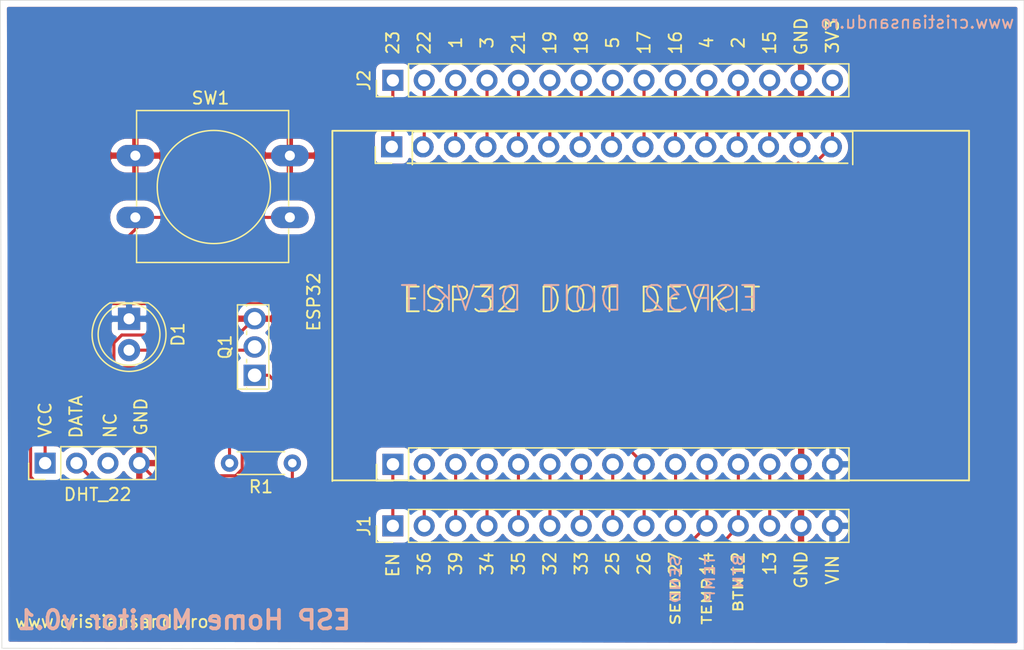
<source format=kicad_pcb>
(kicad_pcb (version 20171130) (host pcbnew "(5.1.2)-1")

  (general
    (thickness 1.6)
    (drawings 15)
    (tracks 101)
    (zones 0)
    (modules 9)
    (nets 32)
  )

  (page A4)
  (layers
    (0 F.Cu signal hide)
    (31 B.Cu signal hide)
    (32 B.Adhes user)
    (33 F.Adhes user)
    (34 B.Paste user)
    (35 F.Paste user)
    (36 B.SilkS user)
    (37 F.SilkS user hide)
    (38 B.Mask user)
    (39 F.Mask user)
    (40 Dwgs.User user)
    (41 Cmts.User user)
    (42 Eco1.User user)
    (43 Eco2.User user)
    (44 Edge.Cuts user)
    (45 Margin user)
    (46 B.CrtYd user)
    (47 F.CrtYd user)
    (48 B.Fab user)
    (49 F.Fab user)
  )

  (setup
    (last_trace_width 0.25)
    (trace_clearance 0.2)
    (zone_clearance 0.508)
    (zone_45_only no)
    (trace_min 0.2)
    (via_size 0.8)
    (via_drill 0.4)
    (via_min_size 0.4)
    (via_min_drill 0.3)
    (uvia_size 0.3)
    (uvia_drill 0.1)
    (uvias_allowed no)
    (uvia_min_size 0.2)
    (uvia_min_drill 0.1)
    (edge_width 0.05)
    (segment_width 0.2)
    (pcb_text_width 0.3)
    (pcb_text_size 1.5 1.5)
    (mod_edge_width 0.12)
    (mod_text_size 1 1)
    (mod_text_width 0.15)
    (pad_size 1.524 1.524)
    (pad_drill 0.762)
    (pad_to_mask_clearance 0.051)
    (solder_mask_min_width 0.25)
    (aux_axis_origin 0 0)
    (visible_elements 7FFFFFFF)
    (pcbplotparams
      (layerselection 0x010fc_ffffffff)
      (usegerberextensions false)
      (usegerberattributes false)
      (usegerberadvancedattributes false)
      (creategerberjobfile false)
      (excludeedgelayer true)
      (linewidth 0.100000)
      (plotframeref false)
      (viasonmask false)
      (mode 1)
      (useauxorigin false)
      (hpglpennumber 1)
      (hpglpenspeed 20)
      (hpglpendiameter 15.000000)
      (psnegative false)
      (psa4output false)
      (plotreference true)
      (plotvalue true)
      (plotinvisibletext false)
      (padsonsilk false)
      (subtractmaskfromsilk false)
      (outputformat 1)
      (mirror false)
      (drillshape 0)
      (scaleselection 1)
      (outputdirectory "GERBER/"))
  )

  (net 0 "")
  (net 1 "Net-(D1-Pad2)")
  (net 2 /3V3)
  (net 3 /TEMP)
  (net 4 "Net-(DHT_22-Pad3)")
  (net 5 GND)
  (net 6 /15)
  (net 7 /2)
  (net 8 /4)
  (net 9 /16)
  (net 10 /17)
  (net 11 /5)
  (net 12 /18)
  (net 13 /19)
  (net 14 /21)
  (net 15 /3)
  (net 16 /1)
  (net 17 /22)
  (net 18 /23)
  (net 19 /13)
  (net 20 /BTN)
  (net 21 /27)
  (net 22 /SEND)
  (net 23 /25)
  (net 24 /33)
  (net 25 /32)
  (net 26 /35)
  (net 27 /34)
  (net 28 /39)
  (net 29 /36)
  (net 30 /EN)
  (net 31 +5V)

  (net_class Default "This is the default net class."
    (clearance 0.2)
    (trace_width 0.25)
    (via_dia 0.8)
    (via_drill 0.4)
    (uvia_dia 0.3)
    (uvia_drill 0.1)
    (add_net +5V)
    (add_net /1)
    (add_net /13)
    (add_net /15)
    (add_net /16)
    (add_net /17)
    (add_net /18)
    (add_net /19)
    (add_net /2)
    (add_net /21)
    (add_net /22)
    (add_net /23)
    (add_net /25)
    (add_net /27)
    (add_net /3)
    (add_net /32)
    (add_net /33)
    (add_net /34)
    (add_net /35)
    (add_net /36)
    (add_net /39)
    (add_net /3V3)
    (add_net /4)
    (add_net /5)
    (add_net /BTN)
    (add_net /EN)
    (add_net /SEND)
    (add_net /TEMP)
    (add_net GND)
    (add_net "Net-(D1-Pad2)")
    (add_net "Net-(DHT_22-Pad3)")
  )

  (module "" (layer F.Cu) (tedit 0) (tstamp 5D00082C)
    (at 156.083 112.903)
    (fp_text reference "" (at 132.08 92.964) (layer F.SilkS)
      (effects (font (size 1.27 1.27) (thickness 0.15)))
    )
    (fp_text value "" (at 132.08 92.964) (layer F.SilkS)
      (effects (font (size 1.27 1.27) (thickness 0.15)))
    )
    (fp_text user 21 (at 132.08 92.964) (layer F.SilkS)
      (effects (font (size 1 1) (thickness 0.15)))
    )
  )

  (module LED_THT:LED_D5.0mm_IRGrey (layer F.Cu) (tedit 5A6C9BB8) (tstamp 5CFED263)
    (at 132.08 92.964 270)
    (descr "LED, diameter 5.0mm, 2 pins, http://cdn-reichelt.de/documents/datenblatt/A500/LL-504BC2E-009.pdf")
    (tags "LED diameter 5.0mm 2 pins")
    (path /5CFE8B8D)
    (fp_text reference D1 (at 1.27 -3.96 90) (layer F.SilkS)
      (effects (font (size 1 1) (thickness 0.15)))
    )
    (fp_text value 940nm (at 1.27 3.96 90) (layer F.Fab)
      (effects (font (size 1 1) (thickness 0.15)))
    )
    (fp_text user %R (at 1.25 0 90) (layer F.Fab)
      (effects (font (size 0.8 0.8) (thickness 0.2)))
    )
    (fp_line (start -1.23 -1.469694) (end -1.23 1.469694) (layer F.Fab) (width 0.1))
    (fp_line (start -1.29 -1.545) (end -1.29 1.545) (layer F.SilkS) (width 0.12))
    (fp_line (start -1.95 -3.25) (end -1.95 3.25) (layer F.CrtYd) (width 0.05))
    (fp_line (start -1.95 3.25) (end 4.5 3.25) (layer F.CrtYd) (width 0.05))
    (fp_line (start 4.5 3.25) (end 4.5 -3.25) (layer F.CrtYd) (width 0.05))
    (fp_line (start 4.5 -3.25) (end -1.95 -3.25) (layer F.CrtYd) (width 0.05))
    (fp_circle (center 1.27 0) (end 3.77 0) (layer F.Fab) (width 0.1))
    (fp_circle (center 1.27 0) (end 3.77 0) (layer F.SilkS) (width 0.12))
    (fp_arc (start 1.27 0) (end -1.23 -1.469694) (angle 299.1) (layer F.Fab) (width 0.1))
    (fp_arc (start 1.27 0) (end -1.29 -1.54483) (angle 148.9) (layer F.SilkS) (width 0.12))
    (fp_arc (start 1.27 0) (end -1.29 1.54483) (angle -148.9) (layer F.SilkS) (width 0.12))
    (pad 1 thru_hole rect (at 0 0 270) (size 1.8 1.8) (drill 0.9) (layers *.Cu *.Mask)
      (net 31 +5V))
    (pad 2 thru_hole circle (at 2.54 0 270) (size 1.8 1.8) (drill 0.9) (layers *.Cu *.Mask)
      (net 1 "Net-(D1-Pad2)"))
    (model ${KISYS3DMOD}/LED_THT.3dshapes/LED_D5.0mm_IRGrey.wrl
      (at (xyz 0 0 0))
      (scale (xyz 1 1 1))
      (rotate (xyz 0 0 0))
    )
  )

  (module ESP32:DHT (layer F.Cu) (tedit 5A569C1E) (tstamp 5D00201F)
    (at 129.54 104.648 90)
    (descr "Through hole straight pin header, 1x04, 2.54mm pitch, single row")
    (tags "Through hole pin header THT 1x04 2.54mm single row")
    (path /5CFE2AF9)
    (fp_text reference DHT_22 (at -2.54 0 180) (layer F.SilkS)
      (effects (font (size 1 1) (thickness 0.15)))
    )
    (fp_text value DHT (at -0.25 5.75 90) (layer F.Fab)
      (effects (font (size 1 1) (thickness 0.15)))
    )
    (fp_text user GND (at 3.75 3.5 90) (layer F.SilkS)
      (effects (font (size 1 1) (thickness 0.15)))
    )
    (fp_text user NC (at 3.048 1.016 90) (layer F.SilkS)
      (effects (font (size 1 1) (thickness 0.15)))
    )
    (fp_text user DATA (at 3.75 -1.75 90) (layer F.SilkS)
      (effects (font (size 1 1) (thickness 0.15)))
    )
    (fp_text user VCC (at 3.5 -4.25 90) (layer F.SilkS)
      (effects (font (size 1 1) (thickness 0.15)))
    )
    (fp_line (start -0.635 -5.52) (end 1.27 -5.52) (layer F.Fab) (width 0.1))
    (fp_line (start 1.27 -5.52) (end 1.27 4.64) (layer F.Fab) (width 0.1))
    (fp_line (start 1.27 4.64) (end -1.27 4.64) (layer F.Fab) (width 0.1))
    (fp_line (start -1.27 4.64) (end -1.27 -4.885) (layer F.Fab) (width 0.1))
    (fp_line (start -1.27 -4.885) (end -0.635 -5.52) (layer F.Fab) (width 0.1))
    (fp_line (start -1.33 4.7) (end 1.33 4.7) (layer F.SilkS) (width 0.12))
    (fp_line (start -1.33 -2.98) (end -1.33 4.7) (layer F.SilkS) (width 0.12))
    (fp_line (start 1.33 -2.98) (end 1.33 4.7) (layer F.SilkS) (width 0.12))
    (fp_line (start -1.33 -2.98) (end 1.33 -2.98) (layer F.SilkS) (width 0.12))
    (fp_line (start -1.33 -4.25) (end -1.33 -5.58) (layer F.SilkS) (width 0.12))
    (fp_line (start -1.33 -5.58) (end 0 -5.58) (layer F.SilkS) (width 0.12))
    (fp_text user %R (at 0 -0.44) (layer F.Fab)
      (effects (font (size 1 1) (thickness 0.15)))
    )
    (pad 1 thru_hole rect (at 0 -4.25 90) (size 1.7 1.7) (drill 1) (layers *.Cu *.Mask)
      (net 2 /3V3))
    (pad 2 thru_hole oval (at 0 -1.71 90) (size 1.7 1.7) (drill 1) (layers *.Cu *.Mask)
      (net 3 /TEMP))
    (pad 3 thru_hole oval (at 0 0.83 90) (size 1.7 1.7) (drill 1) (layers *.Cu *.Mask)
      (net 4 "Net-(DHT_22-Pad3)"))
    (pad 4 thru_hole oval (at 0 3.37 90) (size 1.7 1.7) (drill 1) (layers *.Cu *.Mask)
      (net 5 GND))
    (model ${KISYS3DMOD}/Pin_Headers.3dshapes/Pin_Header_Straight_1x04_Pitch2.54mm.wrl
      (at (xyz 0 0 0))
      (scale (xyz 1 1 1))
      (rotate (xyz 0 0 0))
    )
  )

  (module ESP32:ESP32_Devkit_DOIT_V1 (layer F.Cu) (tedit 5A56526C) (tstamp 5D00065A)
    (at 200.025 106.045 90)
    (descr "Through hole straight pin header, 1x15, 2.54mm pitch, single row")
    (tags "Through hole pin header THT 1x15 2.54mm single row")
    (path /5D00B2BB)
    (fp_text reference ESP32 (at 14.45 -53 90) (layer F.SilkS)
      (effects (font (size 1 1) (thickness 0.15)))
    )
    (fp_text value ESP32_Devkit_DOIT_V1 (at 13.65 1.3 90) (layer F.Fab)
      (effects (font (size 1 1) (thickness 0.15)))
    )
    (fp_text user 23 (at 35.433 -46.609 90) (layer F.SilkS)
      (effects (font (size 1 1) (thickness 0.15)))
    )
    (fp_text user 22 (at 35.433 -44.069 90) (layer F.SilkS)
      (effects (font (size 1 1) (thickness 0.15)))
    )
    (fp_text user 1 (at 35.433 -41.529 90) (layer F.SilkS)
      (effects (font (size 1 1) (thickness 0.15)))
    )
    (fp_text user 3 (at 35.433 -38.989 90) (layer F.SilkS)
      (effects (font (size 1 1) (thickness 0.15)))
    )
    (fp_text user 21 (at 35.433 -36.449 90) (layer F.SilkS)
      (effects (font (size 1 1) (thickness 0.15)))
    )
    (fp_text user 19 (at 35.433 -33.909 90) (layer F.SilkS)
      (effects (font (size 1 1) (thickness 0.15)))
    )
    (fp_text user 18 (at 35.433 -31.369 90) (layer F.SilkS)
      (effects (font (size 1 1) (thickness 0.15)))
    )
    (fp_text user 5 (at 35.433 -28.829 90) (layer F.SilkS)
      (effects (font (size 1 1) (thickness 0.15)))
    )
    (fp_text user 17 (at 35.433 -26.289 90) (layer F.SilkS)
      (effects (font (size 1 1) (thickness 0.15)))
    )
    (fp_text user 16 (at 35.433 -23.749 90) (layer F.SilkS)
      (effects (font (size 1 1) (thickness 0.15)))
    )
    (fp_text user 4 (at 35.433 -21.209 90) (layer F.SilkS)
      (effects (font (size 1 1) (thickness 0.15)))
    )
    (fp_text user 2 (at 35.433 -18.669 90) (layer F.SilkS)
      (effects (font (size 1 1) (thickness 0.15)))
    )
    (fp_text user 15 (at 35.433 -16.129 90) (layer F.SilkS)
      (effects (font (size 1 1) (thickness 0.15)))
    )
    (fp_text user 3V3 (at 35.941 -11.049 90) (layer F.SilkS)
      (effects (font (size 1 1) (thickness 0.15)))
    )
    (fp_text user VIN (at -7.239 -11.049 90) (layer F.SilkS)
      (effects (font (size 1 1) (thickness 0.15)))
    )
    (fp_text user GND (at 35.941 -13.589 90) (layer F.SilkS)
      (effects (font (size 1 1) (thickness 0.15)))
    )
    (fp_text user GND (at -7.239 -13.589 90) (layer F.SilkS)
      (effects (font (size 1 1) (thickness 0.15)))
    )
    (fp_text user 13 (at -6.731 -16.129 90) (layer F.SilkS)
      (effects (font (size 1 1) (thickness 0.15)))
    )
    (fp_text user 12 (at -6.731 -18.669 90) (layer F.SilkS)
      (effects (font (size 1 1) (thickness 0.15)))
    )
    (fp_text user 14 (at -6.731 -21.209 90) (layer F.SilkS)
      (effects (font (size 1 1) (thickness 0.15)))
    )
    (fp_text user 27 (at -6.731 -23.749 90) (layer F.SilkS)
      (effects (font (size 1 1) (thickness 0.15)))
    )
    (fp_text user 26 (at -6.731 -26.289 90) (layer F.SilkS)
      (effects (font (size 1 1) (thickness 0.15)))
    )
    (fp_text user 25 (at -6.731 -28.829 90) (layer F.SilkS)
      (effects (font (size 1 1) (thickness 0.15)))
    )
    (fp_text user 33 (at -6.731 -31.369 90) (layer F.SilkS)
      (effects (font (size 1 1) (thickness 0.15)))
    )
    (fp_text user 32 (at -6.731 -33.909 90) (layer F.SilkS)
      (effects (font (size 1 1) (thickness 0.15)))
    )
    (fp_text user 35 (at -6.731 -36.449 90) (layer F.SilkS)
      (effects (font (size 1 1) (thickness 0.15)))
    )
    (fp_text user 34 (at -6.731 -38.989 90) (layer F.SilkS)
      (effects (font (size 1 1) (thickness 0.15)))
    )
    (fp_text user 39 (at -6.731 -41.529 90) (layer F.SilkS)
      (effects (font (size 1 1) (thickness 0.15)))
    )
    (fp_text user 36 (at -6.731 -44.069 90) (layer F.SilkS)
      (effects (font (size 1 1) (thickness 0.15)))
    )
    (fp_text user EN (at -6.858 -46.609 90) (layer F.SilkS)
      (effects (font (size 1 1) (thickness 0.15)))
    )
    (fp_line (start 28.3 -51.5) (end -0.05 -51.5) (layer F.SilkS) (width 0.15))
    (fp_line (start 28.3 -42.9) (end 28.3 -51.45) (layer F.SilkS) (width 0.15))
    (fp_line (start 0 -51.4) (end 0 0) (layer F.SilkS) (width 0.15))
    (fp_line (start 0 0) (end 28.3 0) (layer F.SilkS) (width 0.15))
    (fp_line (start 28.3 0) (end 28.3 -43) (layer F.SilkS) (width 0.15))
    (fp_text user %R (at 27 -28.92) (layer F.Fab)
      (effects (font (size 1 1) (thickness 0.15)))
    )
    (fp_line (start 25.67 -48.03) (end 27 -48.03) (layer F.SilkS) (width 0.12))
    (fp_line (start 25.67 -46.7) (end 25.67 -48.03) (layer F.SilkS) (width 0.12))
    (fp_line (start 25.57 -45.03) (end 28.23 -45.03) (layer F.SilkS) (width 0.12))
    (fp_line (start 28.23 -45.03) (end 28.23 -9.41) (layer F.SilkS) (width 0.12))
    (fp_line (start 25.67 -45.43) (end 25.67 -9.81) (layer F.SilkS) (width 0.12))
    (fp_line (start 25.57 -9.41) (end 28.23 -9.41) (layer F.SilkS) (width 0.12))
    (fp_line (start 25.73 -47.335) (end 26.365 -47.97) (layer F.Fab) (width 0.1))
    (fp_line (start 25.73 -9.87) (end 25.73 -47.335) (layer F.Fab) (width 0.1))
    (fp_line (start 28.27 -9.47) (end 25.73 -9.47) (layer F.Fab) (width 0.1))
    (fp_line (start 28.27 -47.57) (end 28.27 -9.47) (layer F.Fab) (width 0.1))
    (fp_line (start 26.365 -47.57) (end 28.27 -47.57) (layer F.Fab) (width 0.1))
    (fp_line (start 26.365 -47.57) (end 28.27 -47.57) (layer F.Fab) (width 0.1))
    (fp_line (start 28.27 -47.57) (end 28.27 -9.47) (layer F.Fab) (width 0.1))
    (fp_line (start 28.27 -9.47) (end 25.73 -9.47) (layer F.Fab) (width 0.1))
    (fp_line (start 25.73 -9.87) (end 25.73 -47.335) (layer F.Fab) (width 0.1))
    (fp_line (start 25.73 -47.335) (end 26.365 -47.97) (layer F.Fab) (width 0.1))
    (fp_line (start 25.57 -9.41) (end 28.23 -9.41) (layer F.SilkS) (width 0.12))
    (fp_line (start 25.67 -45.43) (end 25.67 -9.81) (layer F.SilkS) (width 0.12))
    (fp_line (start 28.23 -45.03) (end 28.23 -9.41) (layer F.SilkS) (width 0.12))
    (fp_line (start 25.57 -45.03) (end 28.23 -45.03) (layer F.SilkS) (width 0.12))
    (fp_line (start 25.67 -46.7) (end 25.67 -48.03) (layer F.SilkS) (width 0.12))
    (fp_line (start 25.67 -48.03) (end 27 -48.03) (layer F.SilkS) (width 0.12))
    (fp_text user %R (at 27 -28.92) (layer F.Fab)
      (effects (font (size 1 1) (thickness 0.15)))
    )
    (fp_text user %R (at 1.3 -28.82) (layer F.Fab)
      (effects (font (size 1 1) (thickness 0.15)))
    )
    (fp_line (start -0.03 -47.93) (end 1.3 -47.93) (layer F.SilkS) (width 0.12))
    (fp_line (start -0.03 -46.6) (end -0.03 -47.93) (layer F.SilkS) (width 0.12))
    (fp_line (start -0.03 -45.33) (end 2.63 -45.33) (layer F.SilkS) (width 0.12))
    (fp_line (start 2.63 -45.33) (end 2.63 -9.71) (layer F.SilkS) (width 0.12))
    (fp_line (start -0.03 -45.33) (end -0.03 -9.71) (layer F.SilkS) (width 0.12))
    (fp_line (start -0.03 -9.71) (end 2.63 -9.71) (layer F.SilkS) (width 0.12))
    (fp_line (start 0.03 -47.235) (end 0.665 -47.87) (layer F.Fab) (width 0.1))
    (fp_line (start 0.03 -9.77) (end 0.03 -47.235) (layer F.Fab) (width 0.1))
    (fp_line (start 2.57 -9.77) (end 0.03 -9.77) (layer F.Fab) (width 0.1))
    (fp_line (start 2.57 -47.87) (end 2.57 -9.77) (layer F.Fab) (width 0.1))
    (fp_line (start 0.665 -47.87) (end 2.57 -47.87) (layer F.Fab) (width 0.1))
    (fp_line (start 0.665 -47.87) (end 2.57 -47.87) (layer F.Fab) (width 0.1))
    (fp_line (start 2.57 -47.87) (end 2.57 -9.77) (layer F.Fab) (width 0.1))
    (fp_line (start 2.57 -9.77) (end 0.03 -9.77) (layer F.Fab) (width 0.1))
    (fp_line (start 0.03 -9.77) (end 0.03 -47.235) (layer F.Fab) (width 0.1))
    (fp_line (start 0.03 -47.235) (end 0.665 -47.87) (layer F.Fab) (width 0.1))
    (fp_line (start -0.03 -9.71) (end 2.63 -9.71) (layer F.SilkS) (width 0.12))
    (fp_line (start -0.03 -45.33) (end -0.03 -9.71) (layer F.SilkS) (width 0.12))
    (fp_line (start 2.63 -45.33) (end 2.63 -9.71) (layer F.SilkS) (width 0.12))
    (fp_line (start -0.03 -45.33) (end 2.63 -45.33) (layer F.SilkS) (width 0.12))
    (fp_line (start -0.03 -46.6) (end -0.03 -47.93) (layer F.SilkS) (width 0.12))
    (fp_line (start -0.03 -47.93) (end 1.3 -47.93) (layer F.SilkS) (width 0.12))
    (fp_text user %R (at 1.3 -28.82) (layer F.Fab)
      (effects (font (size 1 1) (thickness 0.15)))
    )
    (pad 16 thru_hole oval (at 27 -11.14 90) (size 1.7 1.7) (drill 1) (layers *.Cu *.Mask)
      (net 2 /3V3))
    (pad 17 thru_hole oval (at 27 -13.68 90) (size 1.7 1.7) (drill 1) (layers *.Cu *.Mask)
      (net 5 GND))
    (pad 18 thru_hole oval (at 27 -16.22 90) (size 1.7 1.7) (drill 1) (layers *.Cu *.Mask)
      (net 6 /15))
    (pad 19 thru_hole oval (at 27 -18.76 90) (size 1.7 1.7) (drill 1) (layers *.Cu *.Mask)
      (net 7 /2))
    (pad 20 thru_hole oval (at 27 -21.3 90) (size 1.7 1.7) (drill 1) (layers *.Cu *.Mask)
      (net 8 /4))
    (pad 21 thru_hole oval (at 27 -23.84 90) (size 1.7 1.7) (drill 1) (layers *.Cu *.Mask)
      (net 9 /16))
    (pad 22 thru_hole oval (at 27 -26.38 90) (size 1.7 1.7) (drill 1) (layers *.Cu *.Mask)
      (net 10 /17))
    (pad 23 thru_hole oval (at 27 -28.92 90) (size 1.7 1.7) (drill 1) (layers *.Cu *.Mask)
      (net 11 /5))
    (pad 24 thru_hole oval (at 27 -31.46 90) (size 1.7 1.7) (drill 1) (layers *.Cu *.Mask)
      (net 12 /18))
    (pad 25 thru_hole oval (at 27 -34 90) (size 1.7 1.7) (drill 1) (layers *.Cu *.Mask)
      (net 13 /19))
    (pad 26 thru_hole oval (at 27 -36.54 90) (size 1.7 1.7) (drill 1) (layers *.Cu *.Mask)
      (net 14 /21))
    (pad 27 thru_hole oval (at 27 -39.08 90) (size 1.7 1.7) (drill 1) (layers *.Cu *.Mask)
      (net 15 /3))
    (pad 28 thru_hole oval (at 27 -41.62 90) (size 1.7 1.7) (drill 1) (layers *.Cu *.Mask)
      (net 16 /1))
    (pad 29 thru_hole oval (at 27 -44.16 90) (size 1.7 1.7) (drill 1) (layers *.Cu *.Mask)
      (net 17 /22))
    (pad 30 thru_hole rect (at 27 -46.7 90) (size 1.7 1.7) (drill 1) (layers *.Cu *.Mask)
      (net 18 /23))
    (pad 30 thru_hole rect (at 27 -46.7 90) (size 1.7 1.7) (drill 1) (layers *.Cu *.Mask)
      (net 18 /23))
    (pad 29 thru_hole oval (at 27 -44.16 90) (size 1.7 1.7) (drill 1) (layers *.Cu *.Mask)
      (net 17 /22))
    (pad 28 thru_hole oval (at 27 -41.62 90) (size 1.7 1.7) (drill 1) (layers *.Cu *.Mask)
      (net 16 /1))
    (pad 27 thru_hole oval (at 27 -39.08 90) (size 1.7 1.7) (drill 1) (layers *.Cu *.Mask)
      (net 15 /3))
    (pad 26 thru_hole oval (at 27 -36.54 90) (size 1.7 1.7) (drill 1) (layers *.Cu *.Mask)
      (net 14 /21))
    (pad 25 thru_hole oval (at 27 -34 90) (size 1.7 1.7) (drill 1) (layers *.Cu *.Mask)
      (net 13 /19))
    (pad 24 thru_hole oval (at 27 -31.46 90) (size 1.7 1.7) (drill 1) (layers *.Cu *.Mask)
      (net 12 /18))
    (pad 23 thru_hole oval (at 27 -28.92 90) (size 1.7 1.7) (drill 1) (layers *.Cu *.Mask)
      (net 11 /5))
    (pad 22 thru_hole oval (at 27 -26.38 90) (size 1.7 1.7) (drill 1) (layers *.Cu *.Mask)
      (net 10 /17))
    (pad 21 thru_hole oval (at 27 -23.84 90) (size 1.7 1.7) (drill 1) (layers *.Cu *.Mask)
      (net 9 /16))
    (pad 20 thru_hole oval (at 27 -21.3 90) (size 1.7 1.7) (drill 1) (layers *.Cu *.Mask)
      (net 8 /4))
    (pad 19 thru_hole oval (at 27 -18.76 90) (size 1.7 1.7) (drill 1) (layers *.Cu *.Mask)
      (net 7 /2))
    (pad 18 thru_hole oval (at 27 -16.22 90) (size 1.7 1.7) (drill 1) (layers *.Cu *.Mask)
      (net 6 /15))
    (pad 17 thru_hole oval (at 27 -13.68 90) (size 1.7 1.7) (drill 1) (layers *.Cu *.Mask)
      (net 5 GND))
    (pad 16 thru_hole oval (at 27 -11.14 90) (size 1.7 1.7) (drill 1) (layers *.Cu *.Mask)
      (net 2 /3V3))
    (pad 15 thru_hole oval (at 1.3 -11.04 90) (size 1.7 1.7) (drill 1) (layers *.Cu *.Mask)
      (net 31 +5V))
    (pad 14 thru_hole oval (at 1.3 -13.58 90) (size 1.7 1.7) (drill 1) (layers *.Cu *.Mask)
      (net 5 GND))
    (pad 13 thru_hole oval (at 1.3 -16.12 90) (size 1.7 1.7) (drill 1) (layers *.Cu *.Mask)
      (net 19 /13))
    (pad 12 thru_hole oval (at 1.3 -18.66 90) (size 1.7 1.7) (drill 1) (layers *.Cu *.Mask)
      (net 20 /BTN))
    (pad 11 thru_hole oval (at 1.3 -21.2 90) (size 1.7 1.7) (drill 1) (layers *.Cu *.Mask)
      (net 3 /TEMP))
    (pad 10 thru_hole oval (at 1.3 -23.74 90) (size 1.7 1.7) (drill 1) (layers *.Cu *.Mask)
      (net 21 /27))
    (pad 9 thru_hole oval (at 1.3 -26.28 90) (size 1.7 1.7) (drill 1) (layers *.Cu *.Mask)
      (net 22 /SEND))
    (pad 8 thru_hole oval (at 1.3 -28.82 90) (size 1.7 1.7) (drill 1) (layers *.Cu *.Mask)
      (net 23 /25))
    (pad 7 thru_hole oval (at 1.3 -31.36 90) (size 1.7 1.7) (drill 1) (layers *.Cu *.Mask)
      (net 24 /33))
    (pad 6 thru_hole oval (at 1.3 -33.9 90) (size 1.7 1.7) (drill 1) (layers *.Cu *.Mask)
      (net 25 /32))
    (pad 5 thru_hole oval (at 1.3 -36.44 90) (size 1.7 1.7) (drill 1) (layers *.Cu *.Mask)
      (net 26 /35))
    (pad 4 thru_hole oval (at 1.3 -38.98 90) (size 1.7 1.7) (drill 1) (layers *.Cu *.Mask)
      (net 27 /34))
    (pad 3 thru_hole oval (at 1.3 -41.52 90) (size 1.7 1.7) (drill 1) (layers *.Cu *.Mask)
      (net 28 /39))
    (pad 2 thru_hole oval (at 1.3 -44.06 90) (size 1.7 1.7) (drill 1) (layers *.Cu *.Mask)
      (net 29 /36))
    (pad 1 thru_hole rect (at 1.3 -46.6 90) (size 1.7 1.7) (drill 1) (layers *.Cu *.Mask)
      (net 30 /EN))
    (pad 1 thru_hole rect (at 1.3 -46.6 90) (size 1.7 1.7) (drill 1) (layers *.Cu *.Mask)
      (net 30 /EN))
    (pad 2 thru_hole oval (at 1.3 -44.06 90) (size 1.7 1.7) (drill 1) (layers *.Cu *.Mask)
      (net 29 /36))
    (pad 3 thru_hole oval (at 1.3 -41.52 90) (size 1.7 1.7) (drill 1) (layers *.Cu *.Mask)
      (net 28 /39))
    (pad 4 thru_hole oval (at 1.3 -38.98 90) (size 1.7 1.7) (drill 1) (layers *.Cu *.Mask)
      (net 27 /34))
    (pad 5 thru_hole oval (at 1.3 -36.44 90) (size 1.7 1.7) (drill 1) (layers *.Cu *.Mask)
      (net 26 /35))
    (pad 6 thru_hole oval (at 1.3 -33.9 90) (size 1.7 1.7) (drill 1) (layers *.Cu *.Mask)
      (net 25 /32))
    (pad 7 thru_hole oval (at 1.3 -31.36 90) (size 1.7 1.7) (drill 1) (layers *.Cu *.Mask)
      (net 24 /33))
    (pad 8 thru_hole oval (at 1.3 -28.82 90) (size 1.7 1.7) (drill 1) (layers *.Cu *.Mask)
      (net 23 /25))
    (pad 9 thru_hole oval (at 1.3 -26.28 90) (size 1.7 1.7) (drill 1) (layers *.Cu *.Mask)
      (net 22 /SEND))
    (pad 10 thru_hole oval (at 1.3 -23.74 90) (size 1.7 1.7) (drill 1) (layers *.Cu *.Mask)
      (net 21 /27))
    (pad 11 thru_hole oval (at 1.3 -21.2 90) (size 1.7 1.7) (drill 1) (layers *.Cu *.Mask)
      (net 3 /TEMP))
    (pad 12 thru_hole oval (at 1.3 -18.66 90) (size 1.7 1.7) (drill 1) (layers *.Cu *.Mask)
      (net 20 /BTN))
    (pad 13 thru_hole oval (at 1.3 -16.12 90) (size 1.7 1.7) (drill 1) (layers *.Cu *.Mask)
      (net 19 /13))
    (pad 14 thru_hole oval (at 1.3 -13.58 90) (size 1.7 1.7) (drill 1) (layers *.Cu *.Mask)
      (net 5 GND))
    (pad 15 thru_hole oval (at 1.3 -11.04 90) (size 1.7 1.7) (drill 1) (layers *.Cu *.Mask)
      (net 31 +5V))
    (model ${KISYS3DMOD}/Pin_Headers.3dshapes/Pin_Header_Straight_1x15_Pitch2.54mm.wrl
      (at (xyz 0 0 0))
      (scale (xyz 1 1 1))
      (rotate (xyz 0 0 0))
    )
  )

  (module Connector_PinHeader_2.54mm:PinHeader_1x15_P2.54mm_Vertical (layer F.Cu) (tedit 59FED5CC) (tstamp 5CFED331)
    (at 153.416 109.728 90)
    (descr "Through hole straight pin header, 1x15, 2.54mm pitch, single row")
    (tags "Through hole pin header THT 1x15 2.54mm single row")
    (path /5D00DC6E)
    (fp_text reference J1 (at 0 -2.33 90) (layer F.SilkS)
      (effects (font (size 1 1) (thickness 0.15)))
    )
    (fp_text value Conn_01x15 (at 0 37.89 90) (layer F.Fab)
      (effects (font (size 1 1) (thickness 0.15)))
    )
    (fp_text user %R (at 0 17.78) (layer F.Fab)
      (effects (font (size 1 1) (thickness 0.15)))
    )
    (fp_line (start 1.8 -1.8) (end -1.8 -1.8) (layer F.CrtYd) (width 0.05))
    (fp_line (start 1.8 37.35) (end 1.8 -1.8) (layer F.CrtYd) (width 0.05))
    (fp_line (start -1.8 37.35) (end 1.8 37.35) (layer F.CrtYd) (width 0.05))
    (fp_line (start -1.8 -1.8) (end -1.8 37.35) (layer F.CrtYd) (width 0.05))
    (fp_line (start -1.33 -1.33) (end 0 -1.33) (layer F.SilkS) (width 0.12))
    (fp_line (start -1.33 0) (end -1.33 -1.33) (layer F.SilkS) (width 0.12))
    (fp_line (start -1.33 1.27) (end 1.33 1.27) (layer F.SilkS) (width 0.12))
    (fp_line (start 1.33 1.27) (end 1.33 36.89) (layer F.SilkS) (width 0.12))
    (fp_line (start -1.33 1.27) (end -1.33 36.89) (layer F.SilkS) (width 0.12))
    (fp_line (start -1.33 36.89) (end 1.33 36.89) (layer F.SilkS) (width 0.12))
    (fp_line (start -1.27 -0.635) (end -0.635 -1.27) (layer F.Fab) (width 0.1))
    (fp_line (start -1.27 36.83) (end -1.27 -0.635) (layer F.Fab) (width 0.1))
    (fp_line (start 1.27 36.83) (end -1.27 36.83) (layer F.Fab) (width 0.1))
    (fp_line (start 1.27 -1.27) (end 1.27 36.83) (layer F.Fab) (width 0.1))
    (fp_line (start -0.635 -1.27) (end 1.27 -1.27) (layer F.Fab) (width 0.1))
    (pad 15 thru_hole oval (at 0 35.56 90) (size 1.7 1.7) (drill 1) (layers *.Cu *.Mask)
      (net 31 +5V))
    (pad 14 thru_hole oval (at 0 33.02 90) (size 1.7 1.7) (drill 1) (layers *.Cu *.Mask)
      (net 5 GND))
    (pad 13 thru_hole oval (at 0 30.48 90) (size 1.7 1.7) (drill 1) (layers *.Cu *.Mask)
      (net 19 /13))
    (pad 12 thru_hole oval (at 0 27.94 90) (size 1.7 1.7) (drill 1) (layers *.Cu *.Mask)
      (net 20 /BTN))
    (pad 11 thru_hole oval (at 0 25.4 90) (size 1.7 1.7) (drill 1) (layers *.Cu *.Mask)
      (net 3 /TEMP))
    (pad 10 thru_hole oval (at 0 22.86 90) (size 1.7 1.7) (drill 1) (layers *.Cu *.Mask)
      (net 21 /27))
    (pad 9 thru_hole oval (at 0 20.32 90) (size 1.7 1.7) (drill 1) (layers *.Cu *.Mask)
      (net 22 /SEND))
    (pad 8 thru_hole oval (at 0 17.78 90) (size 1.7 1.7) (drill 1) (layers *.Cu *.Mask)
      (net 23 /25))
    (pad 7 thru_hole oval (at 0 15.24 90) (size 1.7 1.7) (drill 1) (layers *.Cu *.Mask)
      (net 24 /33))
    (pad 6 thru_hole oval (at 0 12.7 90) (size 1.7 1.7) (drill 1) (layers *.Cu *.Mask)
      (net 25 /32))
    (pad 5 thru_hole oval (at 0 10.16 90) (size 1.7 1.7) (drill 1) (layers *.Cu *.Mask)
      (net 26 /35))
    (pad 4 thru_hole oval (at 0 7.62 90) (size 1.7 1.7) (drill 1) (layers *.Cu *.Mask)
      (net 27 /34))
    (pad 3 thru_hole oval (at 0 5.08 90) (size 1.7 1.7) (drill 1) (layers *.Cu *.Mask)
      (net 28 /39))
    (pad 2 thru_hole oval (at 0 2.54 90) (size 1.7 1.7) (drill 1) (layers *.Cu *.Mask)
      (net 29 /36))
    (pad 1 thru_hole rect (at 0 0 90) (size 1.7 1.7) (drill 1) (layers *.Cu *.Mask)
      (net 30 /EN))
    (model ${KISYS3DMOD}/Connector_PinHeader_2.54mm.3dshapes/PinHeader_1x15_P2.54mm_Vertical.wrl
      (at (xyz 0 0 0))
      (scale (xyz 1 1 1))
      (rotate (xyz 0 0 0))
    )
  )

  (module Connector_PinHeader_2.54mm:PinHeader_1x15_P2.54mm_Vertical (layer F.Cu) (tedit 59FED5CC) (tstamp 5D001BD7)
    (at 153.416 73.66 90)
    (descr "Through hole straight pin header, 1x15, 2.54mm pitch, single row")
    (tags "Through hole pin header THT 1x15 2.54mm single row")
    (path /5D00F2B8)
    (fp_text reference J2 (at 0 -2.33 90) (layer F.SilkS)
      (effects (font (size 1 1) (thickness 0.15)))
    )
    (fp_text value Conn_01x15 (at 0 37.89 90) (layer F.Fab)
      (effects (font (size 1 1) (thickness 0.15)))
    )
    (fp_line (start -0.635 -1.27) (end 1.27 -1.27) (layer F.Fab) (width 0.1))
    (fp_line (start 1.27 -1.27) (end 1.27 36.83) (layer F.Fab) (width 0.1))
    (fp_line (start 1.27 36.83) (end -1.27 36.83) (layer F.Fab) (width 0.1))
    (fp_line (start -1.27 36.83) (end -1.27 -0.635) (layer F.Fab) (width 0.1))
    (fp_line (start -1.27 -0.635) (end -0.635 -1.27) (layer F.Fab) (width 0.1))
    (fp_line (start -1.33 36.89) (end 1.33 36.89) (layer F.SilkS) (width 0.12))
    (fp_line (start -1.33 1.27) (end -1.33 36.89) (layer F.SilkS) (width 0.12))
    (fp_line (start 1.33 1.27) (end 1.33 36.89) (layer F.SilkS) (width 0.12))
    (fp_line (start -1.33 1.27) (end 1.33 1.27) (layer F.SilkS) (width 0.12))
    (fp_line (start -1.33 0) (end -1.33 -1.33) (layer F.SilkS) (width 0.12))
    (fp_line (start -1.33 -1.33) (end 0 -1.33) (layer F.SilkS) (width 0.12))
    (fp_line (start -1.8 -1.8) (end -1.8 37.35) (layer F.CrtYd) (width 0.05))
    (fp_line (start -1.8 37.35) (end 1.8 37.35) (layer F.CrtYd) (width 0.05))
    (fp_line (start 1.8 37.35) (end 1.8 -1.8) (layer F.CrtYd) (width 0.05))
    (fp_line (start 1.8 -1.8) (end -1.8 -1.8) (layer F.CrtYd) (width 0.05))
    (fp_text user %R (at 0 17.78) (layer F.Fab)
      (effects (font (size 1 1) (thickness 0.15)))
    )
    (pad 1 thru_hole rect (at 0 0 90) (size 1.7 1.7) (drill 1) (layers *.Cu *.Mask)
      (net 18 /23))
    (pad 2 thru_hole oval (at 0 2.54 90) (size 1.7 1.7) (drill 1) (layers *.Cu *.Mask)
      (net 17 /22))
    (pad 3 thru_hole oval (at 0 5.08 90) (size 1.7 1.7) (drill 1) (layers *.Cu *.Mask)
      (net 16 /1))
    (pad 4 thru_hole oval (at 0 7.62 90) (size 1.7 1.7) (drill 1) (layers *.Cu *.Mask)
      (net 15 /3))
    (pad 5 thru_hole oval (at 0 10.16 90) (size 1.7 1.7) (drill 1) (layers *.Cu *.Mask)
      (net 14 /21))
    (pad 6 thru_hole oval (at 0 12.7 90) (size 1.7 1.7) (drill 1) (layers *.Cu *.Mask)
      (net 13 /19))
    (pad 7 thru_hole oval (at 0 15.24 90) (size 1.7 1.7) (drill 1) (layers *.Cu *.Mask)
      (net 12 /18))
    (pad 8 thru_hole oval (at 0 17.78 90) (size 1.7 1.7) (drill 1) (layers *.Cu *.Mask)
      (net 11 /5))
    (pad 9 thru_hole oval (at 0 20.32 90) (size 1.7 1.7) (drill 1) (layers *.Cu *.Mask)
      (net 10 /17))
    (pad 10 thru_hole oval (at 0 22.86 90) (size 1.7 1.7) (drill 1) (layers *.Cu *.Mask)
      (net 9 /16))
    (pad 11 thru_hole oval (at 0 25.4 90) (size 1.7 1.7) (drill 1) (layers *.Cu *.Mask)
      (net 8 /4))
    (pad 12 thru_hole oval (at 0 27.94 90) (size 1.7 1.7) (drill 1) (layers *.Cu *.Mask)
      (net 7 /2))
    (pad 13 thru_hole oval (at 0 30.48 90) (size 1.7 1.7) (drill 1) (layers *.Cu *.Mask)
      (net 6 /15))
    (pad 14 thru_hole oval (at 0 33.02 90) (size 1.7 1.7) (drill 1) (layers *.Cu *.Mask)
      (net 5 GND))
    (pad 15 thru_hole oval (at 0 35.56 90) (size 1.7 1.7) (drill 1) (layers *.Cu *.Mask)
      (net 2 /3V3))
    (model ${KISYS3DMOD}/Connector_PinHeader_2.54mm.3dshapes/PinHeader_1x15_P2.54mm_Vertical.wrl
      (at (xyz 0 0 0))
      (scale (xyz 1 1 1))
      (rotate (xyz 0 0 0))
    )
  )

  (module Package_TO_SOT_THT:TO-251-3_Vertical (layer F.Cu) (tedit 5ACC4915) (tstamp 5CFED36D)
    (at 142.24 97.536 90)
    (descr "TO-251-3, Vertical, RM 2.29mm, IPAK, see https://www.diodes.com/assets/Package-Files/TO251.pdf")
    (tags "TO-251-3 Vertical RM 2.29mm IPAK")
    (path /5CFEB81C)
    (fp_text reference Q1 (at 2.29 -2.39 90) (layer F.SilkS)
      (effects (font (size 1 1) (thickness 0.15)))
    )
    (fp_text value Q_NPN_BCE (at 2.29 2.28 90) (layer F.Fab)
      (effects (font (size 1 1) (thickness 0.15)))
    )
    (fp_line (start -1 -1.27) (end -1 1.03) (layer F.Fab) (width 0.1))
    (fp_line (start -1 1.03) (end 5.58 1.03) (layer F.Fab) (width 0.1))
    (fp_line (start 5.58 1.03) (end 5.58 -1.27) (layer F.Fab) (width 0.1))
    (fp_line (start 5.58 -1.27) (end -1 -1.27) (layer F.Fab) (width 0.1))
    (fp_line (start -1 -0.77) (end 5.58 -0.77) (layer F.Fab) (width 0.1))
    (fp_line (start -1.12 -1.39) (end 5.7 -1.39) (layer F.SilkS) (width 0.12))
    (fp_line (start -1.12 1.15) (end 5.7 1.15) (layer F.SilkS) (width 0.12))
    (fp_line (start -1.12 -1.39) (end -1.12 1.15) (layer F.SilkS) (width 0.12))
    (fp_line (start 5.7 -1.39) (end 5.7 1.15) (layer F.SilkS) (width 0.12))
    (fp_line (start -1.12 -0.651) (end -1.009 -0.651) (layer F.SilkS) (width 0.12))
    (fp_line (start 1.009 -0.651) (end 1.282 -0.651) (layer F.SilkS) (width 0.12))
    (fp_line (start 3.299 -0.651) (end 3.572 -0.651) (layer F.SilkS) (width 0.12))
    (fp_line (start 5.589 -0.651) (end 5.7 -0.651) (layer F.SilkS) (width 0.12))
    (fp_line (start -1.25 -1.52) (end -1.25 1.28) (layer F.CrtYd) (width 0.05))
    (fp_line (start -1.25 1.28) (end 5.83 1.28) (layer F.CrtYd) (width 0.05))
    (fp_line (start 5.83 1.28) (end 5.83 -1.52) (layer F.CrtYd) (width 0.05))
    (fp_line (start 5.83 -1.52) (end -1.25 -1.52) (layer F.CrtYd) (width 0.05))
    (fp_text user %R (at 2.29 -2.39 90) (layer F.Fab)
      (effects (font (size 1 1) (thickness 0.15)))
    )
    (pad 1 thru_hole rect (at 0 0 90) (size 1.7175 1.8) (drill 1.1) (layers *.Cu *.Mask)
      (net 22 /SEND))
    (pad 2 thru_hole oval (at 2.29 0 90) (size 1.7175 1.8) (drill 1.1) (layers *.Cu *.Mask)
      (net 1 "Net-(D1-Pad2)"))
    (pad 3 thru_hole oval (at 4.58 0 90) (size 1.7175 1.8) (drill 1.1) (layers *.Cu *.Mask)
      (net 5 GND))
    (model ${KISYS3DMOD}/Package_TO_SOT_THT.3dshapes/TO-251-3_Vertical.wrl
      (at (xyz 0 0 0))
      (scale (xyz 1 1 1))
      (rotate (xyz 0 0 0))
    )
  )

  (module Resistor_THT:R_Axial_DIN0204_L3.6mm_D1.6mm_P5.08mm_Horizontal (layer F.Cu) (tedit 5AE5139B) (tstamp 5CFEDD3F)
    (at 145.288 104.648 180)
    (descr "Resistor, Axial_DIN0204 series, Axial, Horizontal, pin pitch=5.08mm, 0.167W, length*diameter=3.6*1.6mm^2, http://cdn-reichelt.de/documents/datenblatt/B400/1_4W%23YAG.pdf")
    (tags "Resistor Axial_DIN0204 series Axial Horizontal pin pitch 5.08mm 0.167W length 3.6mm diameter 1.6mm")
    (path /5D00DF0A)
    (fp_text reference R1 (at 2.54 -1.92) (layer F.SilkS)
      (effects (font (size 1 1) (thickness 0.15)))
    )
    (fp_text value 10k (at 2.54 1.92) (layer F.Fab)
      (effects (font (size 1 1) (thickness 0.15)))
    )
    (fp_line (start 0.74 -0.8) (end 0.74 0.8) (layer F.Fab) (width 0.1))
    (fp_line (start 0.74 0.8) (end 4.34 0.8) (layer F.Fab) (width 0.1))
    (fp_line (start 4.34 0.8) (end 4.34 -0.8) (layer F.Fab) (width 0.1))
    (fp_line (start 4.34 -0.8) (end 0.74 -0.8) (layer F.Fab) (width 0.1))
    (fp_line (start 0 0) (end 0.74 0) (layer F.Fab) (width 0.1))
    (fp_line (start 5.08 0) (end 4.34 0) (layer F.Fab) (width 0.1))
    (fp_line (start 0.62 -0.92) (end 4.46 -0.92) (layer F.SilkS) (width 0.12))
    (fp_line (start 0.62 0.92) (end 4.46 0.92) (layer F.SilkS) (width 0.12))
    (fp_line (start -0.95 -1.05) (end -0.95 1.05) (layer F.CrtYd) (width 0.05))
    (fp_line (start -0.95 1.05) (end 6.03 1.05) (layer F.CrtYd) (width 0.05))
    (fp_line (start 6.03 1.05) (end 6.03 -1.05) (layer F.CrtYd) (width 0.05))
    (fp_line (start 6.03 -1.05) (end -0.95 -1.05) (layer F.CrtYd) (width 0.05))
    (fp_text user %R (at 2.54 0) (layer F.Fab)
      (effects (font (size 0.72 0.72) (thickness 0.108)))
    )
    (pad 1 thru_hole circle (at 0 0 180) (size 1.4 1.4) (drill 0.7) (layers *.Cu *.Mask)
      (net 3 /TEMP))
    (pad 2 thru_hole oval (at 5.08 0 180) (size 1.4 1.4) (drill 0.7) (layers *.Cu *.Mask)
      (net 2 /3V3))
    (model ${KISYS3DMOD}/Resistor_THT.3dshapes/R_Axial_DIN0204_L3.6mm_D1.6mm_P5.08mm_Horizontal.wrl
      (at (xyz 0 0 0))
      (scale (xyz 1 1 1))
      (rotate (xyz 0 0 0))
    )
  )

  (module Button_Switch_THT:SW_PUSH-12mm (layer F.Cu) (tedit 5A02FE31) (tstamp 5CFED94B)
    (at 132.588 79.756)
    (descr "SW PUSH 12mm https://www.e-switch.com/system/asset/product_line/data_sheet/143/TL1100.pdf")
    (tags "tact sw push 12mm")
    (path /5D04F293)
    (fp_text reference SW1 (at 6.08 -4.66) (layer F.SilkS)
      (effects (font (size 1 1) (thickness 0.15)))
    )
    (fp_text value SW_Push (at 6.62 9.93) (layer F.Fab)
      (effects (font (size 1 1) (thickness 0.15)))
    )
    (fp_line (start 0.25 8.5) (end 12.25 8.5) (layer F.Fab) (width 0.1))
    (fp_line (start 0.25 -3.5) (end 12.25 -3.5) (layer F.Fab) (width 0.1))
    (fp_line (start 12.25 -3.5) (end 12.25 8.5) (layer F.Fab) (width 0.1))
    (fp_text user %R (at 6.35 2.54) (layer F.Fab)
      (effects (font (size 1 1) (thickness 0.15)))
    )
    (fp_line (start 0.1 -3.65) (end 12.4 -3.65) (layer F.SilkS) (width 0.12))
    (fp_line (start 12.4 0.93) (end 12.4 4.07) (layer F.SilkS) (width 0.12))
    (fp_line (start 12.4 8.65) (end 0.1 8.65) (layer F.SilkS) (width 0.12))
    (fp_line (start 0.1 -0.93) (end 0.1 -3.65) (layer F.SilkS) (width 0.12))
    (fp_line (start -1.77 -3.75) (end 14.25 -3.75) (layer F.CrtYd) (width 0.05))
    (fp_line (start -1.77 -3.75) (end -1.77 8.75) (layer F.CrtYd) (width 0.05))
    (fp_line (start 14.25 8.75) (end 14.25 -3.75) (layer F.CrtYd) (width 0.05))
    (fp_line (start 14.25 8.75) (end -1.77 8.75) (layer F.CrtYd) (width 0.05))
    (fp_circle (center 6.35 2.54) (end 10.16 5.08) (layer F.SilkS) (width 0.12))
    (fp_line (start 0.25 -3.5) (end 0.25 8.5) (layer F.Fab) (width 0.1))
    (fp_line (start 0.1 8.65) (end 0.1 5.93) (layer F.SilkS) (width 0.12))
    (fp_line (start 0.1 4.07) (end 0.1 0.93) (layer F.SilkS) (width 0.12))
    (fp_line (start 12.4 5.93) (end 12.4 8.65) (layer F.SilkS) (width 0.12))
    (fp_line (start 12.4 -3.65) (end 12.4 -0.93) (layer F.SilkS) (width 0.12))
    (pad 1 thru_hole oval (at 12.5 0) (size 3.048 1.7272) (drill 0.8128) (layers *.Cu *.Mask)
      (net 5 GND))
    (pad 2 thru_hole oval (at 12.5 5) (size 3.048 1.7272) (drill 0.8128) (layers *.Cu *.Mask)
      (net 20 /BTN))
    (pad 1 thru_hole oval (at 0 0) (size 3.048 1.7272) (drill 0.8128) (layers *.Cu *.Mask)
      (net 5 GND))
    (pad 2 thru_hole oval (at 0 5) (size 3.048 1.7272) (drill 0.8128) (layers *.Cu *.Mask)
      (net 20 /BTN))
    (model ${KISYS3DMOD}/Button_Switch_THT.3dshapes/SW_PUSH-12mm.wrl
      (at (xyz 0 0 0))
      (scale (xyz 1 1 1))
      (rotate (xyz 0 0 0))
    )
  )

  (gr_text "ESP Home Monitor v0.1" (at 136.525 117.348) (layer B.SilkS)
    (effects (font (size 1.5 1.5) (thickness 0.3)) (justify mirror))
  )
  (gr_text "ESP32 DOIT DEVKIT" (at 168.529 91.313) (layer B.SilkS) (tstamp 5D000841)
    (effects (font (size 2 2) (thickness 0.15)) (justify mirror))
  )
  (gr_text www.cristiansandu.ro (at 130.683 117.475) (layer F.SilkS) (tstamp 5CFFF759)
    (effects (font (size 1 1) (thickness 0.15)))
  )
  (gr_text www.cristiansandu.ro (at 195.834 68.961) (layer B.SilkS)
    (effects (font (size 1 1) (thickness 0.15)) (justify mirror))
  )
  (gr_line (start 121.666 67.183) (end 204.47 67.183) (layer Edge.Cuts) (width 0.05) (tstamp 5CFFF1C5))
  (gr_line (start 121.793 119.634) (end 121.666 67.183) (layer Edge.Cuts) (width 0.05))
  (gr_line (start 204.47 119.761) (end 121.793 119.634) (layer Edge.Cuts) (width 0.05))
  (gr_line (start 204.47 67.183) (end 204.47 119.761) (layer Edge.Cuts) (width 0.05))
  (gr_text "ESP32 DOIT DEVKIT" (at 168.656 91.44) (layer F.SilkS) (tstamp 5D0022FA)
    (effects (font (size 2 2) (thickness 0.15)))
  )
  (gr_text BTN (at 181.356 113.411 90) (layer B.SilkS) (tstamp 5D00042C)
    (effects (font (size 0.75 1) (thickness 0.15)) (justify mirror))
  )
  (gr_text TEMP (at 179.07 114.046 90) (layer B.SilkS) (tstamp 5D00042B)
    (effects (font (size 0.75 1) (thickness 0.15)) (justify mirror))
  )
  (gr_text SEND (at 176.276 114.046 90) (layer B.SilkS) (tstamp 5D00042A)
    (effects (font (size 0.75 1) (thickness 0.15)) (justify mirror))
  )
  (gr_text BTN (at 181.356 115.316 90) (layer F.SilkS)
    (effects (font (size 0.75 1) (thickness 0.15)))
  )
  (gr_text TEMP (at 178.816 115.824 90) (layer F.SilkS)
    (effects (font (size 0.75 1) (thickness 0.15)))
  )
  (gr_text SEND (at 176.276 115.824 90) (layer F.SilkS)
    (effects (font (size 0.75 1) (thickness 0.15)))
  )

  (segment (start 141.982 95.504) (end 142.24 95.246) (width 0.25) (layer F.Cu) (net 1))
  (segment (start 132.08 95.504) (end 141.982 95.504) (width 0.25) (layer F.Cu) (net 1))
  (segment (start 188.976 78.954) (end 188.885 79.045) (width 0.25) (layer F.Cu) (net 2))
  (segment (start 188.976 73.66) (end 188.976 78.954) (width 0.25) (layer F.Cu) (net 2))
  (segment (start 176.191001 91.738999) (end 188.885 79.045) (width 0.25) (layer F.Cu) (net 2))
  (segment (start 127.209001 91.738999) (end 176.191001 91.738999) (width 0.25) (layer F.Cu) (net 2))
  (segment (start 127 91.948) (end 127.209001 91.738999) (width 0.25) (layer F.Cu) (net 2))
  (segment (start 127 95.658998) (end 127 91.948) (width 0.25) (layer F.Cu) (net 2))
  (segment (start 125.29 104.648) (end 125.29 97.368998) (width 0.25) (layer F.Cu) (net 2))
  (segment (start 125.29 97.368998) (end 127 95.658998) (width 0.25) (layer F.Cu) (net 2))
  (segment (start 140.208 104.648) (end 140.208 101.727) (width 0.25) (layer F.Cu) (net 2))
  (segment (start 135.849998 97.368998) (end 125.29 97.368998) (width 0.25) (layer F.Cu) (net 2))
  (segment (start 140.208 101.727) (end 135.849998 97.368998) (width 0.25) (layer F.Cu) (net 2))
  (segment (start 178.825 109.719) (end 178.816 109.728) (width 0.25) (layer F.Cu) (net 3))
  (segment (start 178.825 104.745) (end 178.825 109.719) (width 0.25) (layer F.Cu) (net 3))
  (segment (start 127.83 104.648) (end 132.91 109.728) (width 0.25) (layer F.Cu) (net 3))
  (segment (start 132.91 109.728) (end 145.288 109.728) (width 0.25) (layer F.Cu) (net 3))
  (segment (start 145.288 109.728) (end 145.288 104.648) (width 0.25) (layer F.Cu) (net 3))
  (segment (start 145.288 109.728) (end 148.844 113.284) (width 0.25) (layer F.Cu) (net 3))
  (segment (start 175.26 113.284) (end 178.816 109.728) (width 0.25) (layer F.Cu) (net 3))
  (segment (start 148.844 113.284) (end 175.26 113.284) (width 0.25) (layer F.Cu) (net 3))
  (segment (start 186.345 73.751) (end 186.436 73.66) (width 0.25) (layer F.Cu) (net 5))
  (segment (start 186.345 79.045) (end 186.345 73.751) (width 0.25) (layer F.Cu) (net 5))
  (segment (start 186.445 109.719) (end 186.436 109.728) (width 0.25) (layer F.Cu) (net 5))
  (segment (start 186.445 104.745) (end 186.445 109.719) (width 0.25) (layer F.Cu) (net 5))
  (segment (start 133.935001 105.673001) (end 133.759999 105.497999) (width 0.25) (layer F.Cu) (net 5))
  (segment (start 133.759999 105.497999) (end 132.91 104.648) (width 0.25) (layer F.Cu) (net 5))
  (segment (start 140.700001 105.673001) (end 133.935001 105.673001) (width 0.25) (layer F.Cu) (net 5))
  (segment (start 141.233001 102.115591) (end 141.233001 105.140001) (width 0.25) (layer F.Cu) (net 5))
  (segment (start 131.335989 96.918989) (end 136.036399 96.918989) (width 0.25) (layer F.Cu) (net 5))
  (segment (start 130.854999 96.437999) (end 131.335989 96.918989) (width 0.25) (layer F.Cu) (net 5))
  (segment (start 130.854999 94.915999) (end 130.854999 96.437999) (width 0.25) (layer F.Cu) (net 5))
  (segment (start 131.491999 94.278999) (end 130.854999 94.915999) (width 0.25) (layer F.Cu) (net 5))
  (segment (start 140.875751 94.278999) (end 131.491999 94.278999) (width 0.25) (layer F.Cu) (net 5))
  (segment (start 141.233001 105.140001) (end 140.700001 105.673001) (width 0.25) (layer F.Cu) (net 5))
  (segment (start 142.19875 92.956) (end 140.875751 94.278999) (width 0.25) (layer F.Cu) (net 5))
  (segment (start 136.036399 96.918989) (end 141.233001 102.115591) (width 0.25) (layer F.Cu) (net 5))
  (segment (start 142.24 92.956) (end 142.19875 92.956) (width 0.25) (layer F.Cu) (net 5))
  (segment (start 183.896 78.954) (end 183.805 79.045) (width 0.25) (layer F.Cu) (net 6))
  (segment (start 183.896 73.66) (end 183.896 78.954) (width 0.25) (layer F.Cu) (net 6))
  (segment (start 181.356 78.954) (end 181.265 79.045) (width 0.25) (layer F.Cu) (net 7))
  (segment (start 181.356 73.66) (end 181.356 78.954) (width 0.25) (layer F.Cu) (net 7))
  (segment (start 178.816 78.954) (end 178.725 79.045) (width 0.25) (layer F.Cu) (net 8))
  (segment (start 178.816 73.66) (end 178.816 78.954) (width 0.25) (layer F.Cu) (net 8))
  (segment (start 176.276 78.954) (end 176.185 79.045) (width 0.25) (layer F.Cu) (net 9))
  (segment (start 176.276 73.66) (end 176.276 78.954) (width 0.25) (layer F.Cu) (net 9))
  (segment (start 173.736 78.954) (end 173.645 79.045) (width 0.25) (layer F.Cu) (net 10))
  (segment (start 173.736 73.66) (end 173.736 78.954) (width 0.25) (layer F.Cu) (net 10))
  (segment (start 171.196 78.954) (end 171.105 79.045) (width 0.25) (layer F.Cu) (net 11))
  (segment (start 171.196 73.66) (end 171.196 78.954) (width 0.25) (layer F.Cu) (net 11))
  (segment (start 168.656 78.954) (end 168.565 79.045) (width 0.25) (layer F.Cu) (net 12))
  (segment (start 168.656 73.66) (end 168.656 78.954) (width 0.25) (layer F.Cu) (net 12))
  (segment (start 166.116 78.954) (end 166.025 79.045) (width 0.25) (layer F.Cu) (net 13))
  (segment (start 166.116 73.66) (end 166.116 78.954) (width 0.25) (layer F.Cu) (net 13))
  (segment (start 163.576 78.954) (end 163.485 79.045) (width 0.25) (layer F.Cu) (net 14))
  (segment (start 163.576 73.66) (end 163.576 78.954) (width 0.25) (layer F.Cu) (net 14))
  (segment (start 161.036 78.954) (end 160.945 79.045) (width 0.25) (layer F.Cu) (net 15))
  (segment (start 161.036 73.66) (end 161.036 78.954) (width 0.25) (layer F.Cu) (net 15))
  (segment (start 158.496 78.954) (end 158.405 79.045) (width 0.25) (layer F.Cu) (net 16))
  (segment (start 158.496 73.66) (end 158.496 78.954) (width 0.25) (layer F.Cu) (net 16))
  (segment (start 155.956 78.954) (end 155.865 79.045) (width 0.25) (layer F.Cu) (net 17))
  (segment (start 155.956 73.66) (end 155.956 78.954) (width 0.25) (layer F.Cu) (net 17))
  (segment (start 153.416 78.954) (end 153.325 79.045) (width 0.25) (layer F.Cu) (net 18))
  (segment (start 153.416 73.66) (end 153.416 78.954) (width 0.25) (layer F.Cu) (net 18))
  (segment (start 183.905 109.719) (end 183.896 109.728) (width 0.25) (layer F.Cu) (net 19))
  (segment (start 183.905 104.745) (end 183.905 109.719) (width 0.25) (layer F.Cu) (net 19))
  (segment (start 181.365 109.719) (end 181.356 109.728) (width 0.25) (layer F.Cu) (net 20))
  (segment (start 181.365 104.745) (end 181.365 109.719) (width 0.25) (layer F.Cu) (net 20))
  (segment (start 176.765858 114.808) (end 181.356 109.728) (width 0.25) (layer F.Cu) (net 20))
  (segment (start 133.096 115.316) (end 176.765858 114.808) (width 0.25) (layer F.Cu) (net 20))
  (segment (start 124.114999 105.758001) (end 133.096 115.316) (width 0.25) (layer F.Cu) (net 20))
  (segment (start 124.114999 94.196591) (end 124.114999 105.758001) (width 0.25) (layer F.Cu) (net 20))
  (segment (start 133.55559 84.756) (end 124.114999 94.196591) (width 0.25) (layer F.Cu) (net 20))
  (segment (start 143.314 84.756) (end 132.588 84.756) (width 0.25) (layer F.Cu) (net 20))
  (segment (start 145.088 84.756) (end 143.314 84.756) (width 0.25) (layer F.Cu) (net 20))
  (segment (start 176.285 109.719) (end 176.276 109.728) (width 0.25) (layer F.Cu) (net 21))
  (segment (start 176.285 104.745) (end 176.285 109.719) (width 0.25) (layer F.Cu) (net 21))
  (segment (start 173.745 109.719) (end 173.736 109.728) (width 0.25) (layer F.Cu) (net 22))
  (segment (start 173.745 104.745) (end 173.745 109.719) (width 0.25) (layer F.Cu) (net 22))
  (segment (start 143.39 97.536) (end 145.422 99.568) (width 0.25) (layer F.Cu) (net 22))
  (segment (start 142.24 97.536) (end 143.39 97.536) (width 0.25) (layer F.Cu) (net 22))
  (segment (start 168.568 99.568) (end 173.745 104.745) (width 0.25) (layer F.Cu) (net 22))
  (segment (start 145.422 99.568) (end 168.568 99.568) (width 0.25) (layer F.Cu) (net 22))
  (segment (start 171.205 109.719) (end 171.196 109.728) (width 0.25) (layer F.Cu) (net 23))
  (segment (start 171.205 104.745) (end 171.205 109.719) (width 0.25) (layer F.Cu) (net 23))
  (segment (start 168.665 109.719) (end 168.656 109.728) (width 0.25) (layer F.Cu) (net 24))
  (segment (start 168.665 104.745) (end 168.665 109.719) (width 0.25) (layer F.Cu) (net 24))
  (segment (start 166.125 109.719) (end 166.116 109.728) (width 0.25) (layer F.Cu) (net 25))
  (segment (start 166.125 104.745) (end 166.125 109.719) (width 0.25) (layer F.Cu) (net 25))
  (segment (start 163.576 104.754) (end 163.585 104.745) (width 0.25) (layer F.Cu) (net 26))
  (segment (start 163.576 109.728) (end 163.576 104.754) (width 0.25) (layer F.Cu) (net 26))
  (segment (start 161.036 104.754) (end 161.045 104.745) (width 0.25) (layer F.Cu) (net 27))
  (segment (start 161.036 109.728) (end 161.036 104.754) (width 0.25) (layer F.Cu) (net 27))
  (segment (start 158.496 104.754) (end 158.505 104.745) (width 0.25) (layer F.Cu) (net 28))
  (segment (start 158.496 109.728) (end 158.496 104.754) (width 0.25) (layer F.Cu) (net 28))
  (segment (start 155.956 104.754) (end 155.965 104.745) (width 0.25) (layer F.Cu) (net 29))
  (segment (start 155.956 109.728) (end 155.956 104.754) (width 0.25) (layer F.Cu) (net 29))
  (segment (start 153.416 104.754) (end 153.425 104.745) (width 0.25) (layer F.Cu) (net 30))
  (segment (start 153.416 109.728) (end 153.416 104.754) (width 0.25) (layer F.Cu) (net 30))
  (segment (start 188.985 109.719) (end 188.976 109.728) (width 0.25) (layer F.Cu) (net 31))
  (segment (start 188.985 104.745) (end 188.985 109.719) (width 0.25) (layer F.Cu) (net 31))

  (zone (net 31) (net_name +5V) (layer B.Cu) (tstamp 5CFFFB2E) (hatch edge 0.508)
    (connect_pads (clearance 0.508))
    (min_thickness 0.254)
    (fill yes (arc_segments 32) (thermal_gap 0.508) (thermal_bridge_width 0.508))
    (polygon
      (pts
        (xy 122.047 67.183) (xy 204.216 67.056) (xy 204.216 119.634) (xy 121.666 119.634)
      )
    )
    (filled_polygon
      (pts
        (xy 203.810001 119.099986) (xy 122.451406 118.975011) (xy 122.426959 108.878) (xy 151.927928 108.878) (xy 151.927928 110.578)
        (xy 151.940188 110.702482) (xy 151.976498 110.82218) (xy 152.035463 110.932494) (xy 152.114815 111.029185) (xy 152.211506 111.108537)
        (xy 152.32182 111.167502) (xy 152.441518 111.203812) (xy 152.566 111.216072) (xy 154.266 111.216072) (xy 154.390482 111.203812)
        (xy 154.51018 111.167502) (xy 154.620494 111.108537) (xy 154.717185 111.029185) (xy 154.796537 110.932494) (xy 154.855502 110.82218)
        (xy 154.876393 110.753313) (xy 154.900866 110.783134) (xy 155.126986 110.968706) (xy 155.384966 111.106599) (xy 155.664889 111.191513)
        (xy 155.88305 111.213) (xy 156.02895 111.213) (xy 156.247111 111.191513) (xy 156.527034 111.106599) (xy 156.785014 110.968706)
        (xy 157.011134 110.783134) (xy 157.196706 110.557014) (xy 157.226 110.502209) (xy 157.255294 110.557014) (xy 157.440866 110.783134)
        (xy 157.666986 110.968706) (xy 157.924966 111.106599) (xy 158.204889 111.191513) (xy 158.42305 111.213) (xy 158.56895 111.213)
        (xy 158.787111 111.191513) (xy 159.067034 111.106599) (xy 159.325014 110.968706) (xy 159.551134 110.783134) (xy 159.736706 110.557014)
        (xy 159.766 110.502209) (xy 159.795294 110.557014) (xy 159.980866 110.783134) (xy 160.206986 110.968706) (xy 160.464966 111.106599)
        (xy 160.744889 111.191513) (xy 160.96305 111.213) (xy 161.10895 111.213) (xy 161.327111 111.191513) (xy 161.607034 111.106599)
        (xy 161.865014 110.968706) (xy 162.091134 110.783134) (xy 162.276706 110.557014) (xy 162.306 110.502209) (xy 162.335294 110.557014)
        (xy 162.520866 110.783134) (xy 162.746986 110.968706) (xy 163.004966 111.106599) (xy 163.284889 111.191513) (xy 163.50305 111.213)
        (xy 163.64895 111.213) (xy 163.867111 111.191513) (xy 164.147034 111.106599) (xy 164.405014 110.968706) (xy 164.631134 110.783134)
        (xy 164.816706 110.557014) (xy 164.846 110.502209) (xy 164.875294 110.557014) (xy 165.060866 110.783134) (xy 165.286986 110.968706)
        (xy 165.544966 111.106599) (xy 165.824889 111.191513) (xy 166.04305 111.213) (xy 166.18895 111.213) (xy 166.407111 111.191513)
        (xy 166.687034 111.106599) (xy 166.945014 110.968706) (xy 167.171134 110.783134) (xy 167.356706 110.557014) (xy 167.386 110.502209)
        (xy 167.415294 110.557014) (xy 167.600866 110.783134) (xy 167.826986 110.968706) (xy 168.084966 111.106599) (xy 168.364889 111.191513)
        (xy 168.58305 111.213) (xy 168.72895 111.213) (xy 168.947111 111.191513) (xy 169.227034 111.106599) (xy 169.485014 110.968706)
        (xy 169.711134 110.783134) (xy 169.896706 110.557014) (xy 169.926 110.502209) (xy 169.955294 110.557014) (xy 170.140866 110.783134)
        (xy 170.366986 110.968706) (xy 170.624966 111.106599) (xy 170.904889 111.191513) (xy 171.12305 111.213) (xy 171.26895 111.213)
        (xy 171.487111 111.191513) (xy 171.767034 111.106599) (xy 172.025014 110.968706) (xy 172.251134 110.783134) (xy 172.436706 110.557014)
        (xy 172.466 110.502209) (xy 172.495294 110.557014) (xy 172.680866 110.783134) (xy 172.906986 110.968706) (xy 173.164966 111.106599)
        (xy 173.444889 111.191513) (xy 173.66305 111.213) (xy 173.80895 111.213) (xy 174.027111 111.191513) (xy 174.307034 111.106599)
        (xy 174.565014 110.968706) (xy 174.791134 110.783134) (xy 174.976706 110.557014) (xy 175.006 110.502209) (xy 175.035294 110.557014)
        (xy 175.220866 110.783134) (xy 175.446986 110.968706) (xy 175.704966 111.106599) (xy 175.984889 111.191513) (xy 176.20305 111.213)
        (xy 176.34895 111.213) (xy 176.567111 111.191513) (xy 176.847034 111.106599) (xy 177.105014 110.968706) (xy 177.331134 110.783134)
        (xy 177.516706 110.557014) (xy 177.546 110.502209) (xy 177.575294 110.557014) (xy 177.760866 110.783134) (xy 177.986986 110.968706)
        (xy 178.244966 111.106599) (xy 178.524889 111.191513) (xy 178.74305 111.213) (xy 178.88895 111.213) (xy 179.107111 111.191513)
        (xy 179.387034 111.106599) (xy 179.645014 110.968706) (xy 179.871134 110.783134) (xy 180.056706 110.557014) (xy 180.086 110.502209)
        (xy 180.115294 110.557014) (xy 180.300866 110.783134) (xy 180.526986 110.968706) (xy 180.784966 111.106599) (xy 181.064889 111.191513)
        (xy 181.28305 111.213) (xy 181.42895 111.213) (xy 181.647111 111.191513) (xy 181.927034 111.106599) (xy 182.185014 110.968706)
        (xy 182.411134 110.783134) (xy 182.596706 110.557014) (xy 182.626 110.502209) (xy 182.655294 110.557014) (xy 182.840866 110.783134)
        (xy 183.066986 110.968706) (xy 183.324966 111.106599) (xy 183.604889 111.191513) (xy 183.82305 111.213) (xy 183.96895 111.213)
        (xy 184.187111 111.191513) (xy 184.467034 111.106599) (xy 184.725014 110.968706) (xy 184.951134 110.783134) (xy 185.136706 110.557014)
        (xy 185.166 110.502209) (xy 185.195294 110.557014) (xy 185.380866 110.783134) (xy 185.606986 110.968706) (xy 185.864966 111.106599)
        (xy 186.144889 111.191513) (xy 186.36305 111.213) (xy 186.50895 111.213) (xy 186.727111 111.191513) (xy 187.007034 111.106599)
        (xy 187.265014 110.968706) (xy 187.491134 110.783134) (xy 187.676706 110.557014) (xy 187.711201 110.492477) (xy 187.780822 110.609355)
        (xy 187.975731 110.825588) (xy 188.20908 110.999641) (xy 188.471901 111.124825) (xy 188.61911 111.169476) (xy 188.849 111.048155)
        (xy 188.849 109.855) (xy 189.103 109.855) (xy 189.103 111.048155) (xy 189.33289 111.169476) (xy 189.480099 111.124825)
        (xy 189.74292 110.999641) (xy 189.976269 110.825588) (xy 190.171178 110.609355) (xy 190.320157 110.359252) (xy 190.417481 110.084891)
        (xy 190.296814 109.855) (xy 189.103 109.855) (xy 188.849 109.855) (xy 188.829 109.855) (xy 188.829 109.601)
        (xy 188.849 109.601) (xy 188.849 108.407845) (xy 189.103 108.407845) (xy 189.103 109.601) (xy 190.296814 109.601)
        (xy 190.417481 109.371109) (xy 190.320157 109.096748) (xy 190.171178 108.846645) (xy 189.976269 108.630412) (xy 189.74292 108.456359)
        (xy 189.480099 108.331175) (xy 189.33289 108.286524) (xy 189.103 108.407845) (xy 188.849 108.407845) (xy 188.61911 108.286524)
        (xy 188.471901 108.331175) (xy 188.20908 108.456359) (xy 187.975731 108.630412) (xy 187.780822 108.846645) (xy 187.711201 108.963523)
        (xy 187.676706 108.898986) (xy 187.491134 108.672866) (xy 187.265014 108.487294) (xy 187.007034 108.349401) (xy 186.727111 108.264487)
        (xy 186.50895 108.243) (xy 186.36305 108.243) (xy 186.144889 108.264487) (xy 185.864966 108.349401) (xy 185.606986 108.487294)
        (xy 185.380866 108.672866) (xy 185.195294 108.898986) (xy 185.166 108.953791) (xy 185.136706 108.898986) (xy 184.951134 108.672866)
        (xy 184.725014 108.487294) (xy 184.467034 108.349401) (xy 184.187111 108.264487) (xy 183.96895 108.243) (xy 183.82305 108.243)
        (xy 183.604889 108.264487) (xy 183.324966 108.349401) (xy 183.066986 108.487294) (xy 182.840866 108.672866) (xy 182.655294 108.898986)
        (xy 182.626 108.953791) (xy 182.596706 108.898986) (xy 182.411134 108.672866) (xy 182.185014 108.487294) (xy 181.927034 108.349401)
        (xy 181.647111 108.264487) (xy 181.42895 108.243) (xy 181.28305 108.243) (xy 181.064889 108.264487) (xy 180.784966 108.349401)
        (xy 180.526986 108.487294) (xy 180.300866 108.672866) (xy 180.115294 108.898986) (xy 180.086 108.953791) (xy 180.056706 108.898986)
        (xy 179.871134 108.672866) (xy 179.645014 108.487294) (xy 179.387034 108.349401) (xy 179.107111 108.264487) (xy 178.88895 108.243)
        (xy 178.74305 108.243) (xy 178.524889 108.264487) (xy 178.244966 108.349401) (xy 177.986986 108.487294) (xy 177.760866 108.672866)
        (xy 177.575294 108.898986) (xy 177.546 108.953791) (xy 177.516706 108.898986) (xy 177.331134 108.672866) (xy 177.105014 108.487294)
        (xy 176.847034 108.349401) (xy 176.567111 108.264487) (xy 176.34895 108.243) (xy 176.20305 108.243) (xy 175.984889 108.264487)
        (xy 175.704966 108.349401) (xy 175.446986 108.487294) (xy 175.220866 108.672866) (xy 175.035294 108.898986) (xy 175.006 108.953791)
        (xy 174.976706 108.898986) (xy 174.791134 108.672866) (xy 174.565014 108.487294) (xy 174.307034 108.349401) (xy 174.027111 108.264487)
        (xy 173.80895 108.243) (xy 173.66305 108.243) (xy 173.444889 108.264487) (xy 173.164966 108.349401) (xy 172.906986 108.487294)
        (xy 172.680866 108.672866) (xy 172.495294 108.898986) (xy 172.466 108.953791) (xy 172.436706 108.898986) (xy 172.251134 108.672866)
        (xy 172.025014 108.487294) (xy 171.767034 108.349401) (xy 171.487111 108.264487) (xy 171.26895 108.243) (xy 171.12305 108.243)
        (xy 170.904889 108.264487) (xy 170.624966 108.349401) (xy 170.366986 108.487294) (xy 170.140866 108.672866) (xy 169.955294 108.898986)
        (xy 169.926 108.953791) (xy 169.896706 108.898986) (xy 169.711134 108.672866) (xy 169.485014 108.487294) (xy 169.227034 108.349401)
        (xy 168.947111 108.264487) (xy 168.72895 108.243) (xy 168.58305 108.243) (xy 168.364889 108.264487) (xy 168.084966 108.349401)
        (xy 167.826986 108.487294) (xy 167.600866 108.672866) (xy 167.415294 108.898986) (xy 167.386 108.953791) (xy 167.356706 108.898986)
        (xy 167.171134 108.672866) (xy 166.945014 108.487294) (xy 166.687034 108.349401) (xy 166.407111 108.264487) (xy 166.18895 108.243)
        (xy 166.04305 108.243) (xy 165.824889 108.264487) (xy 165.544966 108.349401) (xy 165.286986 108.487294) (xy 165.060866 108.672866)
        (xy 164.875294 108.898986) (xy 164.846 108.953791) (xy 164.816706 108.898986) (xy 164.631134 108.672866) (xy 164.405014 108.487294)
        (xy 164.147034 108.349401) (xy 163.867111 108.264487) (xy 163.64895 108.243) (xy 163.50305 108.243) (xy 163.284889 108.264487)
        (xy 163.004966 108.349401) (xy 162.746986 108.487294) (xy 162.520866 108.672866) (xy 162.335294 108.898986) (xy 162.306 108.953791)
        (xy 162.276706 108.898986) (xy 162.091134 108.672866) (xy 161.865014 108.487294) (xy 161.607034 108.349401) (xy 161.327111 108.264487)
        (xy 161.10895 108.243) (xy 160.96305 108.243) (xy 160.744889 108.264487) (xy 160.464966 108.349401) (xy 160.206986 108.487294)
        (xy 159.980866 108.672866) (xy 159.795294 108.898986) (xy 159.766 108.953791) (xy 159.736706 108.898986) (xy 159.551134 108.672866)
        (xy 159.325014 108.487294) (xy 159.067034 108.349401) (xy 158.787111 108.264487) (xy 158.56895 108.243) (xy 158.42305 108.243)
        (xy 158.204889 108.264487) (xy 157.924966 108.349401) (xy 157.666986 108.487294) (xy 157.440866 108.672866) (xy 157.255294 108.898986)
        (xy 157.226 108.953791) (xy 157.196706 108.898986) (xy 157.011134 108.672866) (xy 156.785014 108.487294) (xy 156.527034 108.349401)
        (xy 156.247111 108.264487) (xy 156.02895 108.243) (xy 155.88305 108.243) (xy 155.664889 108.264487) (xy 155.384966 108.349401)
        (xy 155.126986 108.487294) (xy 154.900866 108.672866) (xy 154.876393 108.702687) (xy 154.855502 108.63382) (xy 154.796537 108.523506)
        (xy 154.717185 108.426815) (xy 154.620494 108.347463) (xy 154.51018 108.288498) (xy 154.390482 108.252188) (xy 154.266 108.239928)
        (xy 152.566 108.239928) (xy 152.441518 108.252188) (xy 152.32182 108.288498) (xy 152.211506 108.347463) (xy 152.114815 108.426815)
        (xy 152.035463 108.523506) (xy 151.976498 108.63382) (xy 151.940188 108.753518) (xy 151.927928 108.878) (xy 122.426959 108.878)
        (xy 122.414658 103.798) (xy 123.801928 103.798) (xy 123.801928 105.498) (xy 123.814188 105.622482) (xy 123.850498 105.74218)
        (xy 123.909463 105.852494) (xy 123.988815 105.949185) (xy 124.085506 106.028537) (xy 124.19582 106.087502) (xy 124.315518 106.123812)
        (xy 124.44 106.136072) (xy 126.14 106.136072) (xy 126.264482 106.123812) (xy 126.38418 106.087502) (xy 126.494494 106.028537)
        (xy 126.591185 105.949185) (xy 126.670537 105.852494) (xy 126.729502 105.74218) (xy 126.750393 105.673313) (xy 126.774866 105.703134)
        (xy 127.000986 105.888706) (xy 127.258966 106.026599) (xy 127.538889 106.111513) (xy 127.75705 106.133) (xy 127.90295 106.133)
        (xy 128.121111 106.111513) (xy 128.401034 106.026599) (xy 128.659014 105.888706) (xy 128.885134 105.703134) (xy 129.070706 105.477014)
        (xy 129.1 105.422209) (xy 129.129294 105.477014) (xy 129.314866 105.703134) (xy 129.540986 105.888706) (xy 129.798966 106.026599)
        (xy 130.078889 106.111513) (xy 130.29705 106.133) (xy 130.44295 106.133) (xy 130.661111 106.111513) (xy 130.941034 106.026599)
        (xy 131.199014 105.888706) (xy 131.425134 105.703134) (xy 131.610706 105.477014) (xy 131.64 105.422209) (xy 131.669294 105.477014)
        (xy 131.854866 105.703134) (xy 132.080986 105.888706) (xy 132.338966 106.026599) (xy 132.618889 106.111513) (xy 132.83705 106.133)
        (xy 132.98295 106.133) (xy 133.201111 106.111513) (xy 133.481034 106.026599) (xy 133.739014 105.888706) (xy 133.965134 105.703134)
        (xy 134.150706 105.477014) (xy 134.288599 105.219034) (xy 134.373513 104.939111) (xy 134.402185 104.648) (xy 138.866541 104.648)
        (xy 138.892317 104.909706) (xy 138.968653 105.161354) (xy 139.092618 105.393275) (xy 139.259445 105.596555) (xy 139.462725 105.763382)
        (xy 139.694646 105.887347) (xy 139.946294 105.963683) (xy 140.142421 105.983) (xy 140.273579 105.983) (xy 140.469706 105.963683)
        (xy 140.721354 105.887347) (xy 140.953275 105.763382) (xy 141.156555 105.596555) (xy 141.323382 105.393275) (xy 141.447347 105.161354)
        (xy 141.523683 104.909706) (xy 141.549459 104.648) (xy 141.536509 104.516514) (xy 143.953 104.516514) (xy 143.953 104.779486)
        (xy 144.004304 105.037405) (xy 144.104939 105.280359) (xy 144.251038 105.499013) (xy 144.436987 105.684962) (xy 144.655641 105.831061)
        (xy 144.898595 105.931696) (xy 145.156514 105.983) (xy 145.419486 105.983) (xy 145.677405 105.931696) (xy 145.920359 105.831061)
        (xy 146.139013 105.684962) (xy 146.324962 105.499013) (xy 146.471061 105.280359) (xy 146.571696 105.037405) (xy 146.623 104.779486)
        (xy 146.623 104.516514) (xy 146.571696 104.258595) (xy 146.471061 104.015641) (xy 146.390452 103.895) (xy 151.936928 103.895)
        (xy 151.936928 105.595) (xy 151.949188 105.719482) (xy 151.985498 105.83918) (xy 152.044463 105.949494) (xy 152.123815 106.046185)
        (xy 152.220506 106.125537) (xy 152.33082 106.184502) (xy 152.450518 106.220812) (xy 152.575 106.233072) (xy 154.275 106.233072)
        (xy 154.399482 106.220812) (xy 154.51918 106.184502) (xy 154.629494 106.125537) (xy 154.726185 106.046185) (xy 154.805537 105.949494)
        (xy 154.864502 105.83918) (xy 154.885393 105.770313) (xy 154.909866 105.800134) (xy 155.135986 105.985706) (xy 155.393966 106.123599)
        (xy 155.673889 106.208513) (xy 155.89205 106.23) (xy 156.03795 106.23) (xy 156.256111 106.208513) (xy 156.536034 106.123599)
        (xy 156.794014 105.985706) (xy 157.020134 105.800134) (xy 157.205706 105.574014) (xy 157.235 105.519209) (xy 157.264294 105.574014)
        (xy 157.449866 105.800134) (xy 157.675986 105.985706) (xy 157.933966 106.123599) (xy 158.213889 106.208513) (xy 158.43205 106.23)
        (xy 158.57795 106.23) (xy 158.796111 106.208513) (xy 159.076034 106.123599) (xy 159.334014 105.985706) (xy 159.560134 105.800134)
        (xy 159.745706 105.574014) (xy 159.775 105.519209) (xy 159.804294 105.574014) (xy 159.989866 105.800134) (xy 160.215986 105.985706)
        (xy 160.473966 106.123599) (xy 160.753889 106.208513) (xy 160.97205 106.23) (xy 161.11795 106.23) (xy 161.336111 106.208513)
        (xy 161.616034 106.123599) (xy 161.874014 105.985706) (xy 162.100134 105.800134) (xy 162.285706 105.574014) (xy 162.315 105.519209)
        (xy 162.344294 105.574014) (xy 162.529866 105.800134) (xy 162.755986 105.985706) (xy 163.013966 106.123599) (xy 163.293889 106.208513)
        (xy 163.51205 106.23) (xy 163.65795 106.23) (xy 163.876111 106.208513) (xy 164.156034 106.123599) (xy 164.414014 105.985706)
        (xy 164.640134 105.800134) (xy 164.825706 105.574014) (xy 164.855 105.519209) (xy 164.884294 105.574014) (xy 165.069866 105.800134)
        (xy 165.295986 105.985706) (xy 165.553966 106.123599) (xy 165.833889 106.208513) (xy 166.05205 106.23) (xy 166.19795 106.23)
        (xy 166.416111 106.208513) (xy 166.696034 106.123599) (xy 166.954014 105.985706) (xy 167.180134 105.800134) (xy 167.365706 105.574014)
        (xy 167.395 105.519209) (xy 167.424294 105.574014) (xy 167.609866 105.800134) (xy 167.835986 105.985706) (xy 168.093966 106.123599)
        (xy 168.373889 106.208513) (xy 168.59205 106.23) (xy 168.73795 106.23) (xy 168.956111 106.208513) (xy 169.236034 106.123599)
        (xy 169.494014 105.985706) (xy 169.720134 105.800134) (xy 169.905706 105.574014) (xy 169.935 105.519209) (xy 169.964294 105.574014)
        (xy 170.149866 105.800134) (xy 170.375986 105.985706) (xy 170.633966 106.123599) (xy 170.913889 106.208513) (xy 171.13205 106.23)
        (xy 171.27795 106.23) (xy 171.496111 106.208513) (xy 171.776034 106.123599) (xy 172.034014 105.985706) (xy 172.260134 105.800134)
        (xy 172.445706 105.574014) (xy 172.475 105.519209) (xy 172.504294 105.574014) (xy 172.689866 105.800134) (xy 172.915986 105.985706)
        (xy 173.173966 106.123599) (xy 173.453889 106.208513) (xy 173.67205 106.23) (xy 173.81795 106.23) (xy 174.036111 106.208513)
        (xy 174.316034 106.123599) (xy 174.574014 105.985706) (xy 174.800134 105.800134) (xy 174.985706 105.574014) (xy 175.015 105.519209)
        (xy 175.044294 105.574014) (xy 175.229866 105.800134) (xy 175.455986 105.985706) (xy 175.713966 106.123599) (xy 175.993889 106.208513)
        (xy 176.21205 106.23) (xy 176.35795 106.23) (xy 176.576111 106.208513) (xy 176.856034 106.123599) (xy 177.114014 105.985706)
        (xy 177.340134 105.800134) (xy 177.525706 105.574014) (xy 177.555 105.519209) (xy 177.584294 105.574014) (xy 177.769866 105.800134)
        (xy 177.995986 105.985706) (xy 178.253966 106.123599) (xy 178.533889 106.208513) (xy 178.75205 106.23) (xy 178.89795 106.23)
        (xy 179.116111 106.208513) (xy 179.396034 106.123599) (xy 179.654014 105.985706) (xy 179.880134 105.800134) (xy 180.065706 105.574014)
        (xy 180.095 105.519209) (xy 180.124294 105.574014) (xy 180.309866 105.800134) (xy 180.535986 105.985706) (xy 180.793966 106.123599)
        (xy 181.073889 106.208513) (xy 181.29205 106.23) (xy 181.43795 106.23) (xy 181.656111 106.208513) (xy 181.936034 106.123599)
        (xy 182.194014 105.985706) (xy 182.420134 105.800134) (xy 182.605706 105.574014) (xy 182.635 105.519209) (xy 182.664294 105.574014)
        (xy 182.849866 105.800134) (xy 183.075986 105.985706) (xy 183.333966 106.123599) (xy 183.613889 106.208513) (xy 183.83205 106.23)
        (xy 183.97795 106.23) (xy 184.196111 106.208513) (xy 184.476034 106.123599) (xy 184.734014 105.985706) (xy 184.960134 105.800134)
        (xy 185.145706 105.574014) (xy 185.175 105.519209) (xy 185.204294 105.574014) (xy 185.389866 105.800134) (xy 185.615986 105.985706)
        (xy 185.873966 106.123599) (xy 186.153889 106.208513) (xy 186.37205 106.23) (xy 186.51795 106.23) (xy 186.736111 106.208513)
        (xy 187.016034 106.123599) (xy 187.274014 105.985706) (xy 187.500134 105.800134) (xy 187.685706 105.574014) (xy 187.720201 105.509477)
        (xy 187.789822 105.626355) (xy 187.984731 105.842588) (xy 188.21808 106.016641) (xy 188.480901 106.141825) (xy 188.62811 106.186476)
        (xy 188.858 106.065155) (xy 188.858 104.872) (xy 189.112 104.872) (xy 189.112 106.065155) (xy 189.34189 106.186476)
        (xy 189.489099 106.141825) (xy 189.75192 106.016641) (xy 189.985269 105.842588) (xy 190.180178 105.626355) (xy 190.329157 105.376252)
        (xy 190.426481 105.101891) (xy 190.305814 104.872) (xy 189.112 104.872) (xy 188.858 104.872) (xy 188.838 104.872)
        (xy 188.838 104.618) (xy 188.858 104.618) (xy 188.858 103.424845) (xy 189.112 103.424845) (xy 189.112 104.618)
        (xy 190.305814 104.618) (xy 190.426481 104.388109) (xy 190.329157 104.113748) (xy 190.180178 103.863645) (xy 189.985269 103.647412)
        (xy 189.75192 103.473359) (xy 189.489099 103.348175) (xy 189.34189 103.303524) (xy 189.112 103.424845) (xy 188.858 103.424845)
        (xy 188.62811 103.303524) (xy 188.480901 103.348175) (xy 188.21808 103.473359) (xy 187.984731 103.647412) (xy 187.789822 103.863645)
        (xy 187.720201 103.980523) (xy 187.685706 103.915986) (xy 187.500134 103.689866) (xy 187.274014 103.504294) (xy 187.016034 103.366401)
        (xy 186.736111 103.281487) (xy 186.51795 103.26) (xy 186.37205 103.26) (xy 186.153889 103.281487) (xy 185.873966 103.366401)
        (xy 185.615986 103.504294) (xy 185.389866 103.689866) (xy 185.204294 103.915986) (xy 185.175 103.970791) (xy 185.145706 103.915986)
        (xy 184.960134 103.689866) (xy 184.734014 103.504294) (xy 184.476034 103.366401) (xy 184.196111 103.281487) (xy 183.97795 103.26)
        (xy 183.83205 103.26) (xy 183.613889 103.281487) (xy 183.333966 103.366401) (xy 183.075986 103.504294) (xy 182.849866 103.689866)
        (xy 182.664294 103.915986) (xy 182.635 103.970791) (xy 182.605706 103.915986) (xy 182.420134 103.689866) (xy 182.194014 103.504294)
        (xy 181.936034 103.366401) (xy 181.656111 103.281487) (xy 181.43795 103.26) (xy 181.29205 103.26) (xy 181.073889 103.281487)
        (xy 180.793966 103.366401) (xy 180.535986 103.504294) (xy 180.309866 103.689866) (xy 180.124294 103.915986) (xy 180.095 103.970791)
        (xy 180.065706 103.915986) (xy 179.880134 103.689866) (xy 179.654014 103.504294) (xy 179.396034 103.366401) (xy 179.116111 103.281487)
        (xy 178.89795 103.26) (xy 178.75205 103.26) (xy 178.533889 103.281487) (xy 178.253966 103.366401) (xy 177.995986 103.504294)
        (xy 177.769866 103.689866) (xy 177.584294 103.915986) (xy 177.555 103.970791) (xy 177.525706 103.915986) (xy 177.340134 103.689866)
        (xy 177.114014 103.504294) (xy 176.856034 103.366401) (xy 176.576111 103.281487) (xy 176.35795 103.26) (xy 176.21205 103.26)
        (xy 175.993889 103.281487) (xy 175.713966 103.366401) (xy 175.455986 103.504294) (xy 175.229866 103.689866) (xy 175.044294 103.915986)
        (xy 175.015 103.970791) (xy 174.985706 103.915986) (xy 174.800134 103.689866) (xy 174.574014 103.504294) (xy 174.316034 103.366401)
        (xy 174.036111 103.281487) (xy 173.81795 103.26) (xy 173.67205 103.26) (xy 173.453889 103.281487) (xy 173.173966 103.366401)
        (xy 172.915986 103.504294) (xy 172.689866 103.689866) (xy 172.504294 103.915986) (xy 172.475 103.970791) (xy 172.445706 103.915986)
        (xy 172.260134 103.689866) (xy 172.034014 103.504294) (xy 171.776034 103.366401) (xy 171.496111 103.281487) (xy 171.27795 103.26)
        (xy 171.13205 103.26) (xy 170.913889 103.281487) (xy 170.633966 103.366401) (xy 170.375986 103.504294) (xy 170.149866 103.689866)
        (xy 169.964294 103.915986) (xy 169.935 103.970791) (xy 169.905706 103.915986) (xy 169.720134 103.689866) (xy 169.494014 103.504294)
        (xy 169.236034 103.366401) (xy 168.956111 103.281487) (xy 168.73795 103.26) (xy 168.59205 103.26) (xy 168.373889 103.281487)
        (xy 168.093966 103.366401) (xy 167.835986 103.504294) (xy 167.609866 103.689866) (xy 167.424294 103.915986) (xy 167.395 103.970791)
        (xy 167.365706 103.915986) (xy 167.180134 103.689866) (xy 166.954014 103.504294) (xy 166.696034 103.366401) (xy 166.416111 103.281487)
        (xy 166.19795 103.26) (xy 166.05205 103.26) (xy 165.833889 103.281487) (xy 165.553966 103.366401) (xy 165.295986 103.504294)
        (xy 165.069866 103.689866) (xy 164.884294 103.915986) (xy 164.855 103.970791) (xy 164.825706 103.915986) (xy 164.640134 103.689866)
        (xy 164.414014 103.504294) (xy 164.156034 103.366401) (xy 163.876111 103.281487) (xy 163.65795 103.26) (xy 163.51205 103.26)
        (xy 163.293889 103.281487) (xy 163.013966 103.366401) (xy 162.755986 103.504294) (xy 162.529866 103.689866) (xy 162.344294 103.915986)
        (xy 162.315 103.970791) (xy 162.285706 103.915986) (xy 162.100134 103.689866) (xy 161.874014 103.504294) (xy 161.616034 103.366401)
        (xy 161.336111 103.281487) (xy 161.11795 103.26) (xy 160.97205 103.26) (xy 160.753889 103.281487) (xy 160.473966 103.366401)
        (xy 160.215986 103.504294) (xy 159.989866 103.689866) (xy 159.804294 103.915986) (xy 159.775 103.970791) (xy 159.745706 103.915986)
        (xy 159.560134 103.689866) (xy 159.334014 103.504294) (xy 159.076034 103.366401) (xy 158.796111 103.281487) (xy 158.57795 103.26)
        (xy 158.43205 103.26) (xy 158.213889 103.281487) (xy 157.933966 103.366401) (xy 157.675986 103.504294) (xy 157.449866 103.689866)
        (xy 157.264294 103.915986) (xy 157.235 103.970791) (xy 157.205706 103.915986) (xy 157.020134 103.689866) (xy 156.794014 103.504294)
        (xy 156.536034 103.366401) (xy 156.256111 103.281487) (xy 156.03795 103.26) (xy 155.89205 103.26) (xy 155.673889 103.281487)
        (xy 155.393966 103.366401) (xy 155.135986 103.504294) (xy 154.909866 103.689866) (xy 154.885393 103.719687) (xy 154.864502 103.65082)
        (xy 154.805537 103.540506) (xy 154.726185 103.443815) (xy 154.629494 103.364463) (xy 154.51918 103.305498) (xy 154.399482 103.269188)
        (xy 154.275 103.256928) (xy 152.575 103.256928) (xy 152.450518 103.269188) (xy 152.33082 103.305498) (xy 152.220506 103.364463)
        (xy 152.123815 103.443815) (xy 152.044463 103.540506) (xy 151.985498 103.65082) (xy 151.949188 103.770518) (xy 151.936928 103.895)
        (xy 146.390452 103.895) (xy 146.324962 103.796987) (xy 146.139013 103.611038) (xy 145.920359 103.464939) (xy 145.677405 103.364304)
        (xy 145.419486 103.313) (xy 145.156514 103.313) (xy 144.898595 103.364304) (xy 144.655641 103.464939) (xy 144.436987 103.611038)
        (xy 144.251038 103.796987) (xy 144.104939 104.015641) (xy 144.004304 104.258595) (xy 143.953 104.516514) (xy 141.536509 104.516514)
        (xy 141.523683 104.386294) (xy 141.447347 104.134646) (xy 141.323382 103.902725) (xy 141.156555 103.699445) (xy 140.953275 103.532618)
        (xy 140.721354 103.408653) (xy 140.469706 103.332317) (xy 140.273579 103.313) (xy 140.142421 103.313) (xy 139.946294 103.332317)
        (xy 139.694646 103.408653) (xy 139.462725 103.532618) (xy 139.259445 103.699445) (xy 139.092618 103.902725) (xy 138.968653 104.134646)
        (xy 138.892317 104.386294) (xy 138.866541 104.648) (xy 134.402185 104.648) (xy 134.373513 104.356889) (xy 134.288599 104.076966)
        (xy 134.150706 103.818986) (xy 133.965134 103.592866) (xy 133.739014 103.407294) (xy 133.481034 103.269401) (xy 133.201111 103.184487)
        (xy 132.98295 103.163) (xy 132.83705 103.163) (xy 132.618889 103.184487) (xy 132.338966 103.269401) (xy 132.080986 103.407294)
        (xy 131.854866 103.592866) (xy 131.669294 103.818986) (xy 131.64 103.873791) (xy 131.610706 103.818986) (xy 131.425134 103.592866)
        (xy 131.199014 103.407294) (xy 130.941034 103.269401) (xy 130.661111 103.184487) (xy 130.44295 103.163) (xy 130.29705 103.163)
        (xy 130.078889 103.184487) (xy 129.798966 103.269401) (xy 129.540986 103.407294) (xy 129.314866 103.592866) (xy 129.129294 103.818986)
        (xy 129.1 103.873791) (xy 129.070706 103.818986) (xy 128.885134 103.592866) (xy 128.659014 103.407294) (xy 128.401034 103.269401)
        (xy 128.121111 103.184487) (xy 127.90295 103.163) (xy 127.75705 103.163) (xy 127.538889 103.184487) (xy 127.258966 103.269401)
        (xy 127.000986 103.407294) (xy 126.774866 103.592866) (xy 126.750393 103.622687) (xy 126.729502 103.55382) (xy 126.670537 103.443506)
        (xy 126.591185 103.346815) (xy 126.494494 103.267463) (xy 126.38418 103.208498) (xy 126.264482 103.172188) (xy 126.14 103.159928)
        (xy 124.44 103.159928) (xy 124.315518 103.172188) (xy 124.19582 103.208498) (xy 124.085506 103.267463) (xy 123.988815 103.346815)
        (xy 123.909463 103.443506) (xy 123.850498 103.55382) (xy 123.814188 103.673518) (xy 123.801928 103.798) (xy 122.414658 103.798)
        (xy 122.390605 93.864) (xy 130.541928 93.864) (xy 130.554188 93.988482) (xy 130.590498 94.10818) (xy 130.649463 94.218494)
        (xy 130.728815 94.315185) (xy 130.825506 94.394537) (xy 130.93582 94.453502) (xy 130.954127 94.459056) (xy 130.887688 94.525495)
        (xy 130.719701 94.776905) (xy 130.603989 95.056257) (xy 130.545 95.352816) (xy 130.545 95.655184) (xy 130.603989 95.951743)
        (xy 130.719701 96.231095) (xy 130.887688 96.482505) (xy 131.101495 96.696312) (xy 131.352905 96.864299) (xy 131.632257 96.980011)
        (xy 131.928816 97.039) (xy 132.231184 97.039) (xy 132.527743 96.980011) (xy 132.807095 96.864299) (xy 133.058505 96.696312)
        (xy 133.272312 96.482505) (xy 133.440299 96.231095) (xy 133.556011 95.951743) (xy 133.615 95.655184) (xy 133.615 95.352816)
        (xy 133.556011 95.056257) (xy 133.440299 94.776905) (xy 133.272312 94.525495) (xy 133.205873 94.459056) (xy 133.22418 94.453502)
        (xy 133.334494 94.394537) (xy 133.431185 94.315185) (xy 133.510537 94.218494) (xy 133.569502 94.10818) (xy 133.605812 93.988482)
        (xy 133.618072 93.864) (xy 133.615 93.24975) (xy 133.45625 93.091) (xy 132.207 93.091) (xy 132.207 93.111)
        (xy 131.953 93.111) (xy 131.953 93.091) (xy 130.70375 93.091) (xy 130.545 93.24975) (xy 130.541928 93.864)
        (xy 122.390605 93.864) (xy 122.388407 92.956) (xy 140.697773 92.956) (xy 140.726614 93.248826) (xy 140.812028 93.530399)
        (xy 140.950733 93.789898) (xy 141.137399 94.017351) (xy 141.239326 94.101) (xy 141.137399 94.184649) (xy 140.950733 94.412102)
        (xy 140.812028 94.671601) (xy 140.726614 94.953174) (xy 140.697773 95.246) (xy 140.726614 95.538826) (xy 140.812028 95.820399)
        (xy 140.950733 96.079898) (xy 140.99945 96.13926) (xy 140.985506 96.146713) (xy 140.888815 96.226065) (xy 140.809463 96.322756)
        (xy 140.750498 96.43307) (xy 140.714188 96.552768) (xy 140.701928 96.67725) (xy 140.701928 98.39475) (xy 140.714188 98.519232)
        (xy 140.750498 98.63893) (xy 140.809463 98.749244) (xy 140.888815 98.845935) (xy 140.985506 98.925287) (xy 141.09582 98.984252)
        (xy 141.215518 99.020562) (xy 141.34 99.032822) (xy 143.14 99.032822) (xy 143.264482 99.020562) (xy 143.38418 98.984252)
        (xy 143.494494 98.925287) (xy 143.591185 98.845935) (xy 143.670537 98.749244) (xy 143.729502 98.63893) (xy 143.765812 98.519232)
        (xy 143.778072 98.39475) (xy 143.778072 96.67725) (xy 143.765812 96.552768) (xy 143.729502 96.43307) (xy 143.670537 96.322756)
        (xy 143.591185 96.226065) (xy 143.494494 96.146713) (xy 143.48055 96.13926) (xy 143.529267 96.079898) (xy 143.667972 95.820399)
        (xy 143.753386 95.538826) (xy 143.782227 95.246) (xy 143.753386 94.953174) (xy 143.667972 94.671601) (xy 143.529267 94.412102)
        (xy 143.342601 94.184649) (xy 143.240674 94.101) (xy 143.342601 94.017351) (xy 143.529267 93.789898) (xy 143.667972 93.530399)
        (xy 143.753386 93.248826) (xy 143.782227 92.956) (xy 143.753386 92.663174) (xy 143.667972 92.381601) (xy 143.529267 92.122102)
        (xy 143.342601 91.894649) (xy 143.115148 91.707983) (xy 142.855649 91.569278) (xy 142.574076 91.483864) (xy 142.354627 91.46225)
        (xy 142.125373 91.46225) (xy 141.905924 91.483864) (xy 141.624351 91.569278) (xy 141.364852 91.707983) (xy 141.137399 91.894649)
        (xy 140.950733 92.122102) (xy 140.812028 92.381601) (xy 140.726614 92.663174) (xy 140.697773 92.956) (xy 122.388407 92.956)
        (xy 122.386247 92.064) (xy 130.541928 92.064) (xy 130.545 92.67825) (xy 130.70375 92.837) (xy 131.953 92.837)
        (xy 131.953 91.58775) (xy 132.207 91.58775) (xy 132.207 92.837) (xy 133.45625 92.837) (xy 133.615 92.67825)
        (xy 133.618072 92.064) (xy 133.605812 91.939518) (xy 133.569502 91.81982) (xy 133.510537 91.709506) (xy 133.431185 91.612815)
        (xy 133.334494 91.533463) (xy 133.22418 91.474498) (xy 133.104482 91.438188) (xy 132.98 91.425928) (xy 132.36575 91.429)
        (xy 132.207 91.58775) (xy 131.953 91.58775) (xy 131.79425 91.429) (xy 131.18 91.425928) (xy 131.055518 91.438188)
        (xy 130.93582 91.474498) (xy 130.825506 91.533463) (xy 130.728815 91.612815) (xy 130.649463 91.709506) (xy 130.590498 91.81982)
        (xy 130.554188 91.939518) (xy 130.541928 92.064) (xy 122.386247 92.064) (xy 122.368551 84.756) (xy 130.421749 84.756)
        (xy 130.450684 85.049777) (xy 130.536375 85.332264) (xy 130.675531 85.592606) (xy 130.862803 85.820797) (xy 131.090994 86.008069)
        (xy 131.351336 86.147225) (xy 131.633823 86.232916) (xy 131.853981 86.2546) (xy 133.322019 86.2546) (xy 133.542177 86.232916)
        (xy 133.824664 86.147225) (xy 134.085006 86.008069) (xy 134.313197 85.820797) (xy 134.500469 85.592606) (xy 134.639625 85.332264)
        (xy 134.725316 85.049777) (xy 134.754251 84.756) (xy 142.921749 84.756) (xy 142.950684 85.049777) (xy 143.036375 85.332264)
        (xy 143.175531 85.592606) (xy 143.362803 85.820797) (xy 143.590994 86.008069) (xy 143.851336 86.147225) (xy 144.133823 86.232916)
        (xy 144.353981 86.2546) (xy 145.822019 86.2546) (xy 146.042177 86.232916) (xy 146.324664 86.147225) (xy 146.585006 86.008069)
        (xy 146.813197 85.820797) (xy 147.000469 85.592606) (xy 147.139625 85.332264) (xy 147.225316 85.049777) (xy 147.254251 84.756)
        (xy 147.225316 84.462223) (xy 147.139625 84.179736) (xy 147.000469 83.919394) (xy 146.813197 83.691203) (xy 146.585006 83.503931)
        (xy 146.324664 83.364775) (xy 146.042177 83.279084) (xy 145.822019 83.2574) (xy 144.353981 83.2574) (xy 144.133823 83.279084)
        (xy 143.851336 83.364775) (xy 143.590994 83.503931) (xy 143.362803 83.691203) (xy 143.175531 83.919394) (xy 143.036375 84.179736)
        (xy 142.950684 84.462223) (xy 142.921749 84.756) (xy 134.754251 84.756) (xy 134.725316 84.462223) (xy 134.639625 84.179736)
        (xy 134.500469 83.919394) (xy 134.313197 83.691203) (xy 134.085006 83.503931) (xy 133.824664 83.364775) (xy 133.542177 83.279084)
        (xy 133.322019 83.2574) (xy 131.853981 83.2574) (xy 131.633823 83.279084) (xy 131.351336 83.364775) (xy 131.090994 83.503931)
        (xy 130.862803 83.691203) (xy 130.675531 83.919394) (xy 130.536375 84.179736) (xy 130.450684 84.462223) (xy 130.421749 84.756)
        (xy 122.368551 84.756) (xy 122.356445 79.756) (xy 130.421749 79.756) (xy 130.450684 80.049777) (xy 130.536375 80.332264)
        (xy 130.675531 80.592606) (xy 130.862803 80.820797) (xy 131.090994 81.008069) (xy 131.351336 81.147225) (xy 131.633823 81.232916)
        (xy 131.853981 81.2546) (xy 133.322019 81.2546) (xy 133.542177 81.232916) (xy 133.824664 81.147225) (xy 134.085006 81.008069)
        (xy 134.313197 80.820797) (xy 134.500469 80.592606) (xy 134.639625 80.332264) (xy 134.725316 80.049777) (xy 134.754251 79.756)
        (xy 142.921749 79.756) (xy 142.950684 80.049777) (xy 143.036375 80.332264) (xy 143.175531 80.592606) (xy 143.362803 80.820797)
        (xy 143.590994 81.008069) (xy 143.851336 81.147225) (xy 144.133823 81.232916) (xy 144.353981 81.2546) (xy 145.822019 81.2546)
        (xy 146.042177 81.232916) (xy 146.324664 81.147225) (xy 146.585006 81.008069) (xy 146.813197 80.820797) (xy 147.000469 80.592606)
        (xy 147.139625 80.332264) (xy 147.225316 80.049777) (xy 147.254251 79.756) (xy 147.225316 79.462223) (xy 147.139625 79.179736)
        (xy 147.000469 78.919394) (xy 146.813197 78.691203) (xy 146.585006 78.503931) (xy 146.324664 78.364775) (xy 146.042177 78.279084)
        (xy 145.822019 78.2574) (xy 144.353981 78.2574) (xy 144.133823 78.279084) (xy 143.851336 78.364775) (xy 143.590994 78.503931)
        (xy 143.362803 78.691203) (xy 143.175531 78.919394) (xy 143.036375 79.179736) (xy 142.950684 79.462223) (xy 142.921749 79.756)
        (xy 134.754251 79.756) (xy 134.725316 79.462223) (xy 134.639625 79.179736) (xy 134.500469 78.919394) (xy 134.313197 78.691203)
        (xy 134.085006 78.503931) (xy 133.824664 78.364775) (xy 133.542177 78.279084) (xy 133.322019 78.2574) (xy 131.853981 78.2574)
        (xy 131.633823 78.279084) (xy 131.351336 78.364775) (xy 131.090994 78.503931) (xy 130.862803 78.691203) (xy 130.675531 78.919394)
        (xy 130.536375 79.179736) (xy 130.450684 79.462223) (xy 130.421749 79.756) (xy 122.356445 79.756) (xy 122.352666 78.195)
        (xy 151.836928 78.195) (xy 151.836928 79.895) (xy 151.849188 80.019482) (xy 151.885498 80.13918) (xy 151.944463 80.249494)
        (xy 152.023815 80.346185) (xy 152.120506 80.425537) (xy 152.23082 80.484502) (xy 152.350518 80.520812) (xy 152.475 80.533072)
        (xy 154.175 80.533072) (xy 154.299482 80.520812) (xy 154.41918 80.484502) (xy 154.529494 80.425537) (xy 154.626185 80.346185)
        (xy 154.705537 80.249494) (xy 154.764502 80.13918) (xy 154.785393 80.070313) (xy 154.809866 80.100134) (xy 155.035986 80.285706)
        (xy 155.293966 80.423599) (xy 155.573889 80.508513) (xy 155.79205 80.53) (xy 155.93795 80.53) (xy 156.156111 80.508513)
        (xy 156.436034 80.423599) (xy 156.694014 80.285706) (xy 156.920134 80.100134) (xy 157.105706 79.874014) (xy 157.135 79.819209)
        (xy 157.164294 79.874014) (xy 157.349866 80.100134) (xy 157.575986 80.285706) (xy 157.833966 80.423599) (xy 158.113889 80.508513)
        (xy 158.33205 80.53) (xy 158.47795 80.53) (xy 158.696111 80.508513) (xy 158.976034 80.423599) (xy 159.234014 80.285706)
        (xy 159.460134 80.100134) (xy 159.645706 79.874014) (xy 159.675 79.819209) (xy 159.704294 79.874014) (xy 159.889866 80.100134)
        (xy 160.115986 80.285706) (xy 160.373966 80.423599) (xy 160.653889 80.508513) (xy 160.87205 80.53) (xy 161.01795 80.53)
        (xy 161.236111 80.508513) (xy 161.516034 80.423599) (xy 161.774014 80.285706) (xy 162.000134 80.100134) (xy 162.185706 79.874014)
        (xy 162.215 79.819209) (xy 162.244294 79.874014) (xy 162.429866 80.100134) (xy 162.655986 80.285706) (xy 162.913966 80.423599)
        (xy 163.193889 80.508513) (xy 163.41205 80.53) (xy 163.55795 80.53) (xy 163.776111 80.508513) (xy 164.056034 80.423599)
        (xy 164.314014 80.285706) (xy 164.540134 80.100134) (xy 164.725706 79.874014) (xy 164.755 79.819209) (xy 164.784294 79.874014)
        (xy 164.969866 80.100134) (xy 165.195986 80.285706) (xy 165.453966 80.423599) (xy 165.733889 80.508513) (xy 165.95205 80.53)
        (xy 166.09795 80.53) (xy 166.316111 80.508513) (xy 166.596034 80.423599) (xy 166.854014 80.285706) (xy 167.080134 80.100134)
        (xy 167.265706 79.874014) (xy 167.295 79.819209) (xy 167.324294 79.874014) (xy 167.509866 80.100134) (xy 167.735986 80.285706)
        (xy 167.993966 80.423599) (xy 168.273889 80.508513) (xy 168.49205 80.53) (xy 168.63795 80.53) (xy 168.856111 80.508513)
        (xy 169.136034 80.423599) (xy 169.394014 80.285706) (xy 169.620134 80.100134) (xy 169.805706 79.874014) (xy 169.835 79.819209)
        (xy 169.864294 79.874014) (xy 170.049866 80.100134) (xy 170.275986 80.285706) (xy 170.533966 80.423599) (xy 170.813889 80.508513)
        (xy 171.03205 80.53) (xy 171.17795 80.53) (xy 171.396111 80.508513) (xy 171.676034 80.423599) (xy 171.934014 80.285706)
        (xy 172.160134 80.100134) (xy 172.345706 79.874014) (xy 172.375 79.819209) (xy 172.404294 79.874014) (xy 172.589866 80.100134)
        (xy 172.815986 80.285706) (xy 173.073966 80.423599) (xy 173.353889 80.508513) (xy 173.57205 80.53) (xy 173.71795 80.53)
        (xy 173.936111 80.508513) (xy 174.216034 80.423599) (xy 174.474014 80.285706) (xy 174.700134 80.100134) (xy 174.885706 79.874014)
        (xy 174.915 79.819209) (xy 174.944294 79.874014) (xy 175.129866 80.100134) (xy 175.355986 80.285706) (xy 175.613966 80.423599)
        (xy 175.893889 80.508513) (xy 176.11205 80.53) (xy 176.25795 80.53) (xy 176.476111 80.508513) (xy 176.756034 80.423599)
        (xy 177.014014 80.285706) (xy 177.240134 80.100134) (xy 177.425706 79.874014) (xy 177.455 79.819209) (xy 177.484294 79.874014)
        (xy 177.669866 80.100134) (xy 177.895986 80.285706) (xy 178.153966 80.423599) (xy 178.433889 80.508513) (xy 178.65205 80.53)
        (xy 178.79795 80.53) (xy 179.016111 80.508513) (xy 179.296034 80.423599) (xy 179.554014 80.285706) (xy 179.780134 80.100134)
        (xy 179.965706 79.874014) (xy 179.995 79.819209) (xy 180.024294 79.874014) (xy 180.209866 80.100134) (xy 180.435986 80.285706)
        (xy 180.693966 80.423599) (xy 180.973889 80.508513) (xy 181.19205 80.53) (xy 181.33795 80.53) (xy 181.556111 80.508513)
        (xy 181.836034 80.423599) (xy 182.094014 80.285706) (xy 182.320134 80.100134) (xy 182.505706 79.874014) (xy 182.535 79.819209)
        (xy 182.564294 79.874014) (xy 182.749866 80.100134) (xy 182.975986 80.285706) (xy 183.233966 80.423599) (xy 183.513889 80.508513)
        (xy 183.73205 80.53) (xy 183.87795 80.53) (xy 184.096111 80.508513) (xy 184.376034 80.423599) (xy 184.634014 80.285706)
        (xy 184.860134 80.100134) (xy 185.045706 79.874014) (xy 185.075 79.819209) (xy 185.104294 79.874014) (xy 185.289866 80.100134)
        (xy 185.515986 80.285706) (xy 185.773966 80.423599) (xy 186.053889 80.508513) (xy 186.27205 80.53) (xy 186.41795 80.53)
        (xy 186.636111 80.508513) (xy 186.916034 80.423599) (xy 187.174014 80.285706) (xy 187.400134 80.100134) (xy 187.585706 79.874014)
        (xy 187.615 79.819209) (xy 187.644294 79.874014) (xy 187.829866 80.100134) (xy 188.055986 80.285706) (xy 188.313966 80.423599)
        (xy 188.593889 80.508513) (xy 188.81205 80.53) (xy 188.95795 80.53) (xy 189.176111 80.508513) (xy 189.456034 80.423599)
        (xy 189.714014 80.285706) (xy 189.940134 80.100134) (xy 190.125706 79.874014) (xy 190.263599 79.616034) (xy 190.348513 79.336111)
        (xy 190.377185 79.045) (xy 190.348513 78.753889) (xy 190.263599 78.473966) (xy 190.125706 78.215986) (xy 189.940134 77.989866)
        (xy 189.714014 77.804294) (xy 189.456034 77.666401) (xy 189.176111 77.581487) (xy 188.95795 77.56) (xy 188.81205 77.56)
        (xy 188.593889 77.581487) (xy 188.313966 77.666401) (xy 188.055986 77.804294) (xy 187.829866 77.989866) (xy 187.644294 78.215986)
        (xy 187.615 78.270791) (xy 187.585706 78.215986) (xy 187.400134 77.989866) (xy 187.174014 77.804294) (xy 186.916034 77.666401)
        (xy 186.636111 77.581487) (xy 186.41795 77.56) (xy 186.27205 77.56) (xy 186.053889 77.581487) (xy 185.773966 77.666401)
        (xy 185.515986 77.804294) (xy 185.289866 77.989866) (xy 185.104294 78.215986) (xy 185.075 78.270791) (xy 185.045706 78.215986)
        (xy 184.860134 77.989866) (xy 184.634014 77.804294) (xy 184.376034 77.666401) (xy 184.096111 77.581487) (xy 183.87795 77.56)
        (xy 183.73205 77.56) (xy 183.513889 77.581487) (xy 183.233966 77.666401) (xy 182.975986 77.804294) (xy 182.749866 77.989866)
        (xy 182.564294 78.215986) (xy 182.535 78.270791) (xy 182.505706 78.215986) (xy 182.320134 77.989866) (xy 182.094014 77.804294)
        (xy 181.836034 77.666401) (xy 181.556111 77.581487) (xy 181.33795 77.56) (xy 181.19205 77.56) (xy 180.973889 77.581487)
        (xy 180.693966 77.666401) (xy 180.435986 77.804294) (xy 180.209866 77.989866) (xy 180.024294 78.215986) (xy 179.995 78.270791)
        (xy 179.965706 78.215986) (xy 179.780134 77.989866) (xy 179.554014 77.804294) (xy 179.296034 77.666401) (xy 179.016111 77.581487)
        (xy 178.79795 77.56) (xy 178.65205 77.56) (xy 178.433889 77.581487) (xy 178.153966 77.666401) (xy 177.895986 77.804294)
        (xy 177.669866 77.989866) (xy 177.484294 78.215986) (xy 177.455 78.270791) (xy 177.425706 78.215986) (xy 177.240134 77.989866)
        (xy 177.014014 77.804294) (xy 176.756034 77.666401) (xy 176.476111 77.581487) (xy 176.25795 77.56) (xy 176.11205 77.56)
        (xy 175.893889 77.581487) (xy 175.613966 77.666401) (xy 175.355986 77.804294) (xy 175.129866 77.989866) (xy 174.944294 78.215986)
        (xy 174.915 78.270791) (xy 174.885706 78.215986) (xy 174.700134 77.989866) (xy 174.474014 77.804294) (xy 174.216034 77.666401)
        (xy 173.936111 77.581487) (xy 173.71795 77.56) (xy 173.57205 77.56) (xy 173.353889 77.581487) (xy 173.073966 77.666401)
        (xy 172.815986 77.804294) (xy 172.589866 77.989866) (xy 172.404294 78.215986) (xy 172.375 78.270791) (xy 172.345706 78.215986)
        (xy 172.160134 77.989866) (xy 171.934014 77.804294) (xy 171.676034 77.666401) (xy 171.396111 77.581487) (xy 171.17795 77.56)
        (xy 171.03205 77.56) (xy 170.813889 77.581487) (xy 170.533966 77.666401) (xy 170.275986 77.804294) (xy 170.049866 77.989866)
        (xy 169.864294 78.215986) (xy 169.835 78.270791) (xy 169.805706 78.215986) (xy 169.620134 77.989866) (xy 169.394014 77.804294)
        (xy 169.136034 77.666401) (xy 168.856111 77.581487) (xy 168.63795 77.56) (xy 168.49205 77.56) (xy 168.273889 77.581487)
        (xy 167.993966 77.666401) (xy 167.735986 77.804294) (xy 167.509866 77.989866) (xy 167.324294 78.215986) (xy 167.295 78.270791)
        (xy 167.265706 78.215986) (xy 167.080134 77.989866) (xy 166.854014 77.804294) (xy 166.596034 77.666401) (xy 166.316111 77.581487)
        (xy 166.09795 77.56) (xy 165.95205 77.56) (xy 165.733889 77.581487) (xy 165.453966 77.666401) (xy 165.195986 77.804294)
        (xy 164.969866 77.989866) (xy 164.784294 78.215986) (xy 164.755 78.270791) (xy 164.725706 78.215986) (xy 164.540134 77.989866)
        (xy 164.314014 77.804294) (xy 164.056034 77.666401) (xy 163.776111 77.581487) (xy 163.55795 77.56) (xy 163.41205 77.56)
        (xy 163.193889 77.581487) (xy 162.913966 77.666401) (xy 162.655986 77.804294) (xy 162.429866 77.989866) (xy 162.244294 78.215986)
        (xy 162.215 78.270791) (xy 162.185706 78.215986) (xy 162.000134 77.989866) (xy 161.774014 77.804294) (xy 161.516034 77.666401)
        (xy 161.236111 77.581487) (xy 161.01795 77.56) (xy 160.87205 77.56) (xy 160.653889 77.581487) (xy 160.373966 77.666401)
        (xy 160.115986 77.804294) (xy 159.889866 77.989866) (xy 159.704294 78.215986) (xy 159.675 78.270791) (xy 159.645706 78.215986)
        (xy 159.460134 77.989866) (xy 159.234014 77.804294) (xy 158.976034 77.666401) (xy 158.696111 77.581487) (xy 158.47795 77.56)
        (xy 158.33205 77.56) (xy 158.113889 77.581487) (xy 157.833966 77.666401) (xy 157.575986 77.804294) (xy 157.349866 77.989866)
        (xy 157.164294 78.215986) (xy 157.135 78.270791) (xy 157.105706 78.215986) (xy 156.920134 77.989866) (xy 156.694014 77.804294)
        (xy 156.436034 77.666401) (xy 156.156111 77.581487) (xy 155.93795 77.56) (xy 155.79205 77.56) (xy 155.573889 77.581487)
        (xy 155.293966 77.666401) (xy 155.035986 77.804294) (xy 154.809866 77.989866) (xy 154.785393 78.019687) (xy 154.764502 77.95082)
        (xy 154.705537 77.840506) (xy 154.626185 77.743815) (xy 154.529494 77.664463) (xy 154.41918 77.605498) (xy 154.299482 77.569188)
        (xy 154.175 77.556928) (xy 152.475 77.556928) (xy 152.350518 77.569188) (xy 152.23082 77.605498) (xy 152.120506 77.664463)
        (xy 152.023815 77.743815) (xy 151.944463 77.840506) (xy 151.885498 77.95082) (xy 151.849188 78.070518) (xy 151.836928 78.195)
        (xy 122.352666 78.195) (xy 122.339627 72.81) (xy 151.927928 72.81) (xy 151.927928 74.51) (xy 151.940188 74.634482)
        (xy 151.976498 74.75418) (xy 152.035463 74.864494) (xy 152.114815 74.961185) (xy 152.211506 75.040537) (xy 152.32182 75.099502)
        (xy 152.441518 75.135812) (xy 152.566 75.148072) (xy 154.266 75.148072) (xy 154.390482 75.135812) (xy 154.51018 75.099502)
        (xy 154.620494 75.040537) (xy 154.717185 74.961185) (xy 154.796537 74.864494) (xy 154.855502 74.75418) (xy 154.876393 74.685313)
        (xy 154.900866 74.715134) (xy 155.126986 74.900706) (xy 155.384966 75.038599) (xy 155.664889 75.123513) (xy 155.88305 75.145)
        (xy 156.02895 75.145) (xy 156.247111 75.123513) (xy 156.527034 75.038599) (xy 156.785014 74.900706) (xy 157.011134 74.715134)
        (xy 157.196706 74.489014) (xy 157.226 74.434209) (xy 157.255294 74.489014) (xy 157.440866 74.715134) (xy 157.666986 74.900706)
        (xy 157.924966 75.038599) (xy 158.204889 75.123513) (xy 158.42305 75.145) (xy 158.56895 75.145) (xy 158.787111 75.123513)
        (xy 159.067034 75.038599) (xy 159.325014 74.900706) (xy 159.551134 74.715134) (xy 159.736706 74.489014) (xy 159.766 74.434209)
        (xy 159.795294 74.489014) (xy 159.980866 74.715134) (xy 160.206986 74.900706) (xy 160.464966 75.038599) (xy 160.744889 75.123513)
        (xy 160.96305 75.145) (xy 161.10895 75.145) (xy 161.327111 75.123513) (xy 161.607034 75.038599) (xy 161.865014 74.900706)
        (xy 162.091134 74.715134) (xy 162.276706 74.489014) (xy 162.306 74.434209) (xy 162.335294 74.489014) (xy 162.520866 74.715134)
        (xy 162.746986 74.900706) (xy 163.004966 75.038599) (xy 163.284889 75.123513) (xy 163.50305 75.145) (xy 163.64895 75.145)
        (xy 163.867111 75.123513) (xy 164.147034 75.038599) (xy 164.405014 74.900706) (xy 164.631134 74.715134) (xy 164.816706 74.489014)
        (xy 164.846 74.434209) (xy 164.875294 74.489014) (xy 165.060866 74.715134) (xy 165.286986 74.900706) (xy 165.544966 75.038599)
        (xy 165.824889 75.123513) (xy 166.04305 75.145) (xy 166.18895 75.145) (xy 166.407111 75.123513) (xy 166.687034 75.038599)
        (xy 166.945014 74.900706) (xy 167.171134 74.715134) (xy 167.356706 74.489014) (xy 167.386 74.434209) (xy 167.415294 74.489014)
        (xy 167.600866 74.715134) (xy 167.826986 74.900706) (xy 168.084966 75.038599) (xy 168.364889 75.123513) (xy 168.58305 75.145)
        (xy 168.72895 75.145) (xy 168.947111 75.123513) (xy 169.227034 75.038599) (xy 169.485014 74.900706) (xy 169.711134 74.715134)
        (xy 169.896706 74.489014) (xy 169.926 74.434209) (xy 169.955294 74.489014) (xy 170.140866 74.715134) (xy 170.366986 74.900706)
        (xy 170.624966 75.038599) (xy 170.904889 75.123513) (xy 171.12305 75.145) (xy 171.26895 75.145) (xy 171.487111 75.123513)
        (xy 171.767034 75.038599) (xy 172.025014 74.900706) (xy 172.251134 74.715134) (xy 172.436706 74.489014) (xy 172.466 74.434209)
        (xy 172.495294 74.489014) (xy 172.680866 74.715134) (xy 172.906986 74.900706) (xy 173.164966 75.038599) (xy 173.444889 75.123513)
        (xy 173.66305 75.145) (xy 173.80895 75.145) (xy 174.027111 75.123513) (xy 174.307034 75.038599) (xy 174.565014 74.900706)
        (xy 174.791134 74.715134) (xy 174.976706 74.489014) (xy 175.006 74.434209) (xy 175.035294 74.489014) (xy 175.220866 74.715134)
        (xy 175.446986 74.900706) (xy 175.704966 75.038599) (xy 175.984889 75.123513) (xy 176.20305 75.145) (xy 176.34895 75.145)
        (xy 176.567111 75.123513) (xy 176.847034 75.038599) (xy 177.105014 74.900706) (xy 177.331134 74.715134) (xy 177.516706 74.489014)
        (xy 177.546 74.434209) (xy 177.575294 74.489014) (xy 177.760866 74.715134) (xy 177.986986 74.900706) (xy 178.244966 75.038599)
        (xy 178.524889 75.123513) (xy 178.74305 75.145) (xy 178.88895 75.145) (xy 179.107111 75.123513) (xy 179.387034 75.038599)
        (xy 179.645014 74.900706) (xy 179.871134 74.715134) (xy 180.056706 74.489014) (xy 180.086 74.434209) (xy 180.115294 74.489014)
        (xy 180.300866 74.715134) (xy 180.526986 74.900706) (xy 180.784966 75.038599) (xy 181.064889 75.123513) (xy 181.28305 75.145)
        (xy 181.42895 75.145) (xy 181.647111 75.123513) (xy 181.927034 75.038599) (xy 182.185014 74.900706) (xy 182.411134 74.715134)
        (xy 182.596706 74.489014) (xy 182.626 74.434209) (xy 182.655294 74.489014) (xy 182.840866 74.715134) (xy 183.066986 74.900706)
        (xy 183.324966 75.038599) (xy 183.604889 75.123513) (xy 183.82305 75.145) (xy 183.96895 75.145) (xy 184.187111 75.123513)
        (xy 184.467034 75.038599) (xy 184.725014 74.900706) (xy 184.951134 74.715134) (xy 185.136706 74.489014) (xy 185.166 74.434209)
        (xy 185.195294 74.489014) (xy 185.380866 74.715134) (xy 185.606986 74.900706) (xy 185.864966 75.038599) (xy 186.144889 75.123513)
        (xy 186.36305 75.145) (xy 186.50895 75.145) (xy 186.727111 75.123513) (xy 187.007034 75.038599) (xy 187.265014 74.900706)
        (xy 187.491134 74.715134) (xy 187.676706 74.489014) (xy 187.706 74.434209) (xy 187.735294 74.489014) (xy 187.920866 74.715134)
        (xy 188.146986 74.900706) (xy 188.404966 75.038599) (xy 188.684889 75.123513) (xy 188.90305 75.145) (xy 189.04895 75.145)
        (xy 189.267111 75.123513) (xy 189.547034 75.038599) (xy 189.805014 74.900706) (xy 190.031134 74.715134) (xy 190.216706 74.489014)
        (xy 190.354599 74.231034) (xy 190.439513 73.951111) (xy 190.468185 73.66) (xy 190.439513 73.368889) (xy 190.354599 73.088966)
        (xy 190.216706 72.830986) (xy 190.031134 72.604866) (xy 189.805014 72.419294) (xy 189.547034 72.281401) (xy 189.267111 72.196487)
        (xy 189.04895 72.175) (xy 188.90305 72.175) (xy 188.684889 72.196487) (xy 188.404966 72.281401) (xy 188.146986 72.419294)
        (xy 187.920866 72.604866) (xy 187.735294 72.830986) (xy 187.706 72.885791) (xy 187.676706 72.830986) (xy 187.491134 72.604866)
        (xy 187.265014 72.419294) (xy 187.007034 72.281401) (xy 186.727111 72.196487) (xy 186.50895 72.175) (xy 186.36305 72.175)
        (xy 186.144889 72.196487) (xy 185.864966 72.281401) (xy 185.606986 72.419294) (xy 185.380866 72.604866) (xy 185.195294 72.830986)
        (xy 185.166 72.885791) (xy 185.136706 72.830986) (xy 184.951134 72.604866) (xy 184.725014 72.419294) (xy 184.467034 72.281401)
        (xy 184.187111 72.196487) (xy 183.96895 72.175) (xy 183.82305 72.175) (xy 183.604889 72.196487) (xy 183.324966 72.281401)
        (xy 183.066986 72.419294) (xy 182.840866 72.604866) (xy 182.655294 72.830986) (xy 182.626 72.885791) (xy 182.596706 72.830986)
        (xy 182.411134 72.604866) (xy 182.185014 72.419294) (xy 181.927034 72.281401) (xy 181.647111 72.196487) (xy 181.42895 72.175)
        (xy 181.28305 72.175) (xy 181.064889 72.196487) (xy 180.784966 72.281401) (xy 180.526986 72.419294) (xy 180.300866 72.604866)
        (xy 180.115294 72.830986) (xy 180.086 72.885791) (xy 180.056706 72.830986) (xy 179.871134 72.604866) (xy 179.645014 72.419294)
        (xy 179.387034 72.281401) (xy 179.107111 72.196487) (xy 178.88895 72.175) (xy 178.74305 72.175) (xy 178.524889 72.196487)
        (xy 178.244966 72.281401) (xy 177.986986 72.419294) (xy 177.760866 72.604866) (xy 177.575294 72.830986) (xy 177.546 72.885791)
        (xy 177.516706 72.830986) (xy 177.331134 72.604866) (xy 177.105014 72.419294) (xy 176.847034 72.281401) (xy 176.567111 72.196487)
        (xy 176.34895 72.175) (xy 176.20305 72.175) (xy 175.984889 72.196487) (xy 175.704966 72.281401) (xy 175.446986 72.419294)
        (xy 175.220866 72.604866) (xy 175.035294 72.830986) (xy 175.006 72.885791) (xy 174.976706 72.830986) (xy 174.791134 72.604866)
        (xy 174.565014 72.419294) (xy 174.307034 72.281401) (xy 174.027111 72.196487) (xy 173.80895 72.175) (xy 173.66305 72.175)
        (xy 173.444889 72.196487) (xy 173.164966 72.281401) (xy 172.906986 72.419294) (xy 172.680866 72.604866) (xy 172.495294 72.830986)
        (xy 172.466 72.885791) (xy 172.436706 72.830986) (xy 172.251134 72.604866) (xy 172.025014 72.419294) (xy 171.767034 72.281401)
        (xy 171.487111 72.196487) (xy 171.26895 72.175) (xy 171.12305 72.175) (xy 170.904889 72.196487) (xy 170.624966 72.281401)
        (xy 170.366986 72.419294) (xy 170.140866 72.604866) (xy 169.955294 72.830986) (xy 169.926 72.885791) (xy 169.896706 72.830986)
        (xy 169.711134 72.604866) (xy 169.485014 72.419294) (xy 169.227034 72.281401) (xy 168.947111 72.196487) (xy 168.72895 72.175)
        (xy 168.58305 72.175) (xy 168.364889 72.196487) (xy 168.084966 72.281401) (xy 167.826986 72.419294) (xy 167.600866 72.604866)
        (xy 167.415294 72.830986) (xy 167.386 72.885791) (xy 167.356706 72.830986) (xy 167.171134 72.604866) (xy 166.945014 72.419294)
        (xy 166.687034 72.281401) (xy 166.407111 72.196487) (xy 166.18895 72.175) (xy 166.04305 72.175) (xy 165.824889 72.196487)
        (xy 165.544966 72.281401) (xy 165.286986 72.419294) (xy 165.060866 72.604866) (xy 164.875294 72.830986) (xy 164.846 72.885791)
        (xy 164.816706 72.830986) (xy 164.631134 72.604866) (xy 164.405014 72.419294) (xy 164.147034 72.281401) (xy 163.867111 72.196487)
        (xy 163.64895 72.175) (xy 163.50305 72.175) (xy 163.284889 72.196487) (xy 163.004966 72.281401) (xy 162.746986 72.419294)
        (xy 162.520866 72.604866) (xy 162.335294 72.830986) (xy 162.306 72.885791) (xy 162.276706 72.830986) (xy 162.091134 72.604866)
        (xy 161.865014 72.419294) (xy 161.607034 72.281401) (xy 161.327111 72.196487) (xy 161.10895 72.175) (xy 160.96305 72.175)
        (xy 160.744889 72.196487) (xy 160.464966 72.281401) (xy 160.206986 72.419294) (xy 159.980866 72.604866) (xy 159.795294 72.830986)
        (xy 159.766 72.885791) (xy 159.736706 72.830986) (xy 159.551134 72.604866) (xy 159.325014 72.419294) (xy 159.067034 72.281401)
        (xy 158.787111 72.196487) (xy 158.56895 72.175) (xy 158.42305 72.175) (xy 158.204889 72.196487) (xy 157.924966 72.281401)
        (xy 157.666986 72.419294) (xy 157.440866 72.604866) (xy 157.255294 72.830986) (xy 157.226 72.885791) (xy 157.196706 72.830986)
        (xy 157.011134 72.604866) (xy 156.785014 72.419294) (xy 156.527034 72.281401) (xy 156.247111 72.196487) (xy 156.02895 72.175)
        (xy 155.88305 72.175) (xy 155.664889 72.196487) (xy 155.384966 72.281401) (xy 155.126986 72.419294) (xy 154.900866 72.604866)
        (xy 154.876393 72.634687) (xy 154.855502 72.56582) (xy 154.796537 72.455506) (xy 154.717185 72.358815) (xy 154.620494 72.279463)
        (xy 154.51018 72.220498) (xy 154.390482 72.184188) (xy 154.266 72.171928) (xy 152.566 72.171928) (xy 152.441518 72.184188)
        (xy 152.32182 72.220498) (xy 152.211506 72.279463) (xy 152.114815 72.358815) (xy 152.035463 72.455506) (xy 151.976498 72.56582)
        (xy 151.940188 72.685518) (xy 151.927928 72.81) (xy 122.339627 72.81) (xy 122.327599 67.843) (xy 203.81 67.843)
      )
    )
  )
  (zone (net 5) (net_name GND) (layer F.Cu) (tstamp 5CFFFB2B) (hatch edge 0.508)
    (connect_pads (clearance 0.508))
    (min_thickness 0.254)
    (fill yes (arc_segments 32) (thermal_gap 0.508) (thermal_bridge_width 0.508))
    (polygon
      (pts
        (xy 121.539 67.31) (xy 204.597 67.31) (xy 204.343 120.015) (xy 121.412 120.015)
      )
    )
    (filled_polygon
      (pts
        (xy 203.810001 119.099986) (xy 122.451406 118.975011) (xy 122.39141 94.196591) (xy 123.351323 94.196591) (xy 123.354999 94.233913)
        (xy 123.355 105.708802) (xy 123.351692 105.734245) (xy 123.355 105.783499) (xy 123.355 105.795334) (xy 123.357499 105.820705)
        (xy 123.361724 105.883614) (xy 123.364829 105.895128) (xy 123.365997 105.906987) (xy 123.384285 105.967277) (xy 123.400703 106.028157)
        (xy 123.405995 106.038844) (xy 123.409454 106.050248) (xy 123.439161 106.105826) (xy 123.467134 106.162318) (xy 123.474407 106.171765)
        (xy 123.480026 106.182277) (xy 123.520001 106.230987) (xy 123.535576 106.251217) (xy 123.543693 106.259855) (xy 123.574999 106.298002)
        (xy 123.594826 106.314274) (xy 132.527734 115.821091) (xy 132.562317 115.862245) (xy 132.608035 115.898883) (xy 132.652176 115.937468)
        (xy 132.666368 115.945631) (xy 132.679139 115.955866) (xy 132.731131 115.982884) (xy 132.781946 116.012113) (xy 132.797458 116.017351)
        (xy 132.81198 116.024897) (xy 132.868256 116.041255) (xy 132.923785 116.060005) (xy 132.940016 116.062115) (xy 132.955737 116.066685)
        (xy 133.014135 116.071751) (xy 133.072243 116.079306) (xy 133.125891 116.075703) (xy 176.752214 115.56821) (xy 176.804493 115.570698)
        (xy 176.863856 115.5618) (xy 176.923546 115.555219) (xy 176.937783 115.550719) (xy 176.952546 115.548506) (xy 177.009046 115.528193)
        (xy 177.066292 115.510098) (xy 177.079373 115.502909) (xy 177.093425 115.497857) (xy 177.144891 115.466902) (xy 177.197491 115.437995)
        (xy 177.208917 115.428393) (xy 177.221715 115.420696) (xy 177.266139 115.380308) (xy 177.312104 115.341683) (xy 177.344846 115.300827)
        (xy 181.059407 111.18985) (xy 181.064889 111.191513) (xy 181.28305 111.213) (xy 181.42895 111.213) (xy 181.647111 111.191513)
        (xy 181.927034 111.106599) (xy 182.185014 110.968706) (xy 182.411134 110.783134) (xy 182.596706 110.557014) (xy 182.626 110.502209)
        (xy 182.655294 110.557014) (xy 182.840866 110.783134) (xy 183.066986 110.968706) (xy 183.324966 111.106599) (xy 183.604889 111.191513)
        (xy 183.82305 111.213) (xy 183.96895 111.213) (xy 184.187111 111.191513) (xy 184.467034 111.106599) (xy 184.725014 110.968706)
        (xy 184.951134 110.783134) (xy 185.136706 110.557014) (xy 185.171201 110.492477) (xy 185.240822 110.609355) (xy 185.435731 110.825588)
        (xy 185.66908 110.999641) (xy 185.931901 111.124825) (xy 186.07911 111.169476) (xy 186.309 111.048155) (xy 186.309 109.855)
        (xy 186.289 109.855) (xy 186.289 109.601) (xy 186.309 109.601) (xy 186.309 108.407845) (xy 186.563 108.407845)
        (xy 186.563 109.601) (xy 186.583 109.601) (xy 186.583 109.855) (xy 186.563 109.855) (xy 186.563 111.048155)
        (xy 186.79289 111.169476) (xy 186.940099 111.124825) (xy 187.20292 110.999641) (xy 187.436269 110.825588) (xy 187.631178 110.609355)
        (xy 187.700799 110.492477) (xy 187.735294 110.557014) (xy 187.920866 110.783134) (xy 188.146986 110.968706) (xy 188.404966 111.106599)
        (xy 188.684889 111.191513) (xy 188.90305 111.213) (xy 189.04895 111.213) (xy 189.267111 111.191513) (xy 189.547034 111.106599)
        (xy 189.805014 110.968706) (xy 190.031134 110.783134) (xy 190.216706 110.557014) (xy 190.354599 110.299034) (xy 190.439513 110.019111)
        (xy 190.468185 109.728) (xy 190.439513 109.436889) (xy 190.354599 109.156966) (xy 190.216706 108.898986) (xy 190.031134 108.672866)
        (xy 189.805014 108.487294) (xy 189.745 108.455216) (xy 189.745 106.022595) (xy 189.814014 105.985706) (xy 190.040134 105.800134)
        (xy 190.225706 105.574014) (xy 190.363599 105.316034) (xy 190.448513 105.036111) (xy 190.477185 104.745) (xy 190.448513 104.453889)
        (xy 190.363599 104.173966) (xy 190.225706 103.915986) (xy 190.040134 103.689866) (xy 189.814014 103.504294) (xy 189.556034 103.366401)
        (xy 189.276111 103.281487) (xy 189.05795 103.26) (xy 188.91205 103.26) (xy 188.693889 103.281487) (xy 188.413966 103.366401)
        (xy 188.155986 103.504294) (xy 187.929866 103.689866) (xy 187.744294 103.915986) (xy 187.709799 103.980523) (xy 187.640178 103.863645)
        (xy 187.445269 103.647412) (xy 187.21192 103.473359) (xy 186.949099 103.348175) (xy 186.80189 103.303524) (xy 186.572 103.424845)
        (xy 186.572 104.618) (xy 186.592 104.618) (xy 186.592 104.872) (xy 186.572 104.872) (xy 186.572 106.065155)
        (xy 186.80189 106.186476) (xy 186.949099 106.141825) (xy 187.21192 106.016641) (xy 187.445269 105.842588) (xy 187.640178 105.626355)
        (xy 187.709799 105.509477) (xy 187.744294 105.574014) (xy 187.929866 105.800134) (xy 188.155986 105.985706) (xy 188.225 106.022595)
        (xy 188.225001 108.445594) (xy 188.146986 108.487294) (xy 187.920866 108.672866) (xy 187.735294 108.898986) (xy 187.700799 108.963523)
        (xy 187.631178 108.846645) (xy 187.436269 108.630412) (xy 187.20292 108.456359) (xy 186.940099 108.331175) (xy 186.79289 108.286524)
        (xy 186.563 108.407845) (xy 186.309 108.407845) (xy 186.07911 108.286524) (xy 185.931901 108.331175) (xy 185.66908 108.456359)
        (xy 185.435731 108.630412) (xy 185.240822 108.846645) (xy 185.171201 108.963523) (xy 185.136706 108.898986) (xy 184.951134 108.672866)
        (xy 184.725014 108.487294) (xy 184.665 108.455216) (xy 184.665 106.022595) (xy 184.734014 105.985706) (xy 184.960134 105.800134)
        (xy 185.145706 105.574014) (xy 185.180201 105.509477) (xy 185.249822 105.626355) (xy 185.444731 105.842588) (xy 185.67808 106.016641)
        (xy 185.940901 106.141825) (xy 186.08811 106.186476) (xy 186.318 106.065155) (xy 186.318 104.872) (xy 186.298 104.872)
        (xy 186.298 104.618) (xy 186.318 104.618) (xy 186.318 103.424845) (xy 186.08811 103.303524) (xy 185.940901 103.348175)
        (xy 185.67808 103.473359) (xy 185.444731 103.647412) (xy 185.249822 103.863645) (xy 185.180201 103.980523) (xy 185.145706 103.915986)
        (xy 184.960134 103.689866) (xy 184.734014 103.504294) (xy 184.476034 103.366401) (xy 184.196111 103.281487) (xy 183.97795 103.26)
        (xy 183.83205 103.26) (xy 183.613889 103.281487) (xy 183.333966 103.366401) (xy 183.075986 103.504294) (xy 182.849866 103.689866)
        (xy 182.664294 103.915986) (xy 182.635 103.970791) (xy 182.605706 103.915986) (xy 182.420134 103.689866) (xy 182.194014 103.504294)
        (xy 181.936034 103.366401) (xy 181.656111 103.281487) (xy 181.43795 103.26) (xy 181.29205 103.26) (xy 181.073889 103.281487)
        (xy 180.793966 103.366401) (xy 180.535986 103.504294) (xy 180.309866 103.689866) (xy 180.124294 103.915986) (xy 180.095 103.970791)
        (xy 180.065706 103.915986) (xy 179.880134 103.689866) (xy 179.654014 103.504294) (xy 179.396034 103.366401) (xy 179.116111 103.281487)
        (xy 178.89795 103.26) (xy 178.75205 103.26) (xy 178.533889 103.281487) (xy 178.253966 103.366401) (xy 177.995986 103.504294)
        (xy 177.769866 103.689866) (xy 177.584294 103.915986) (xy 177.555 103.970791) (xy 177.525706 103.915986) (xy 177.340134 103.689866)
        (xy 177.114014 103.504294) (xy 176.856034 103.366401) (xy 176.576111 103.281487) (xy 176.35795 103.26) (xy 176.21205 103.26)
        (xy 175.993889 103.281487) (xy 175.713966 103.366401) (xy 175.455986 103.504294) (xy 175.229866 103.689866) (xy 175.044294 103.915986)
        (xy 175.015 103.970791) (xy 174.985706 103.915986) (xy 174.800134 103.689866) (xy 174.574014 103.504294) (xy 174.316034 103.366401)
        (xy 174.036111 103.281487) (xy 173.81795 103.26) (xy 173.67205 103.26) (xy 173.453889 103.281487) (xy 173.379005 103.304203)
        (xy 169.131804 99.057003) (xy 169.108001 99.027999) (xy 168.992276 98.933026) (xy 168.860247 98.862454) (xy 168.716986 98.818997)
        (xy 168.605333 98.808) (xy 168.605322 98.808) (xy 168.568 98.804324) (xy 168.530678 98.808) (xy 145.736802 98.808)
        (xy 143.953804 97.025003) (xy 143.930001 96.995999) (xy 143.814276 96.901026) (xy 143.778072 96.881674) (xy 143.778072 96.67725)
        (xy 143.765812 96.552768) (xy 143.729502 96.43307) (xy 143.670537 96.322756) (xy 143.591185 96.226065) (xy 143.494494 96.146713)
        (xy 143.48055 96.13926) (xy 143.529267 96.079898) (xy 143.667972 95.820399) (xy 143.753386 95.538826) (xy 143.782227 95.246)
        (xy 143.753386 94.953174) (xy 143.667972 94.671601) (xy 143.529267 94.412102) (xy 143.342601 94.184649) (xy 143.234079 94.095587)
        (xy 143.355702 93.99201) (xy 143.537172 93.762488) (xy 143.670378 93.501973) (xy 143.7314 93.314264) (xy 143.610195 93.083)
        (xy 142.367 93.083) (xy 142.367 93.103) (xy 142.113 93.103) (xy 142.113 93.083) (xy 140.869805 93.083)
        (xy 140.7486 93.314264) (xy 140.809622 93.501973) (xy 140.942828 93.762488) (xy 141.124298 93.99201) (xy 141.245921 94.095587)
        (xy 141.137399 94.184649) (xy 140.950733 94.412102) (xy 140.812028 94.671601) (xy 140.790066 94.744) (xy 133.418313 94.744)
        (xy 133.272312 94.525495) (xy 133.205873 94.459056) (xy 133.22418 94.453502) (xy 133.334494 94.394537) (xy 133.431185 94.315185)
        (xy 133.510537 94.218494) (xy 133.569502 94.10818) (xy 133.605812 93.988482) (xy 133.618072 93.864) (xy 133.618072 92.498999)
        (xy 140.780698 92.498999) (xy 140.7486 92.597736) (xy 140.869805 92.829) (xy 142.113 92.829) (xy 142.113 92.809)
        (xy 142.367 92.809) (xy 142.367 92.829) (xy 143.610195 92.829) (xy 143.7314 92.597736) (xy 143.699302 92.498999)
        (xy 176.153679 92.498999) (xy 176.191001 92.502675) (xy 176.228323 92.498999) (xy 176.228334 92.498999) (xy 176.339987 92.488002)
        (xy 176.483248 92.444545) (xy 176.615277 92.373973) (xy 176.731002 92.279) (xy 176.754805 92.249996) (xy 188.519005 80.485797)
        (xy 188.593889 80.508513) (xy 188.81205 80.53) (xy 188.95795 80.53) (xy 189.176111 80.508513) (xy 189.456034 80.423599)
        (xy 189.714014 80.285706) (xy 189.940134 80.100134) (xy 190.125706 79.874014) (xy 190.263599 79.616034) (xy 190.348513 79.336111)
        (xy 190.377185 79.045) (xy 190.348513 78.753889) (xy 190.263599 78.473966) (xy 190.125706 78.215986) (xy 189.940134 77.989866)
        (xy 189.736 77.822337) (xy 189.736 74.937595) (xy 189.805014 74.900706) (xy 190.031134 74.715134) (xy 190.216706 74.489014)
        (xy 190.354599 74.231034) (xy 190.439513 73.951111) (xy 190.468185 73.66) (xy 190.439513 73.368889) (xy 190.354599 73.088966)
        (xy 190.216706 72.830986) (xy 190.031134 72.604866) (xy 189.805014 72.419294) (xy 189.547034 72.281401) (xy 189.267111 72.196487)
        (xy 189.04895 72.175) (xy 188.90305 72.175) (xy 188.684889 72.196487) (xy 188.404966 72.281401) (xy 188.146986 72.419294)
        (xy 187.920866 72.604866) (xy 187.735294 72.830986) (xy 187.700799 72.895523) (xy 187.631178 72.778645) (xy 187.436269 72.562412)
        (xy 187.20292 72.388359) (xy 186.940099 72.263175) (xy 186.79289 72.218524) (xy 186.563 72.339845) (xy 186.563 73.533)
        (xy 186.583 73.533) (xy 186.583 73.787) (xy 186.563 73.787) (xy 186.563 74.980155) (xy 186.79289 75.101476)
        (xy 186.940099 75.056825) (xy 187.20292 74.931641) (xy 187.436269 74.757588) (xy 187.631178 74.541355) (xy 187.700799 74.424477)
        (xy 187.735294 74.489014) (xy 187.920866 74.715134) (xy 188.146986 74.900706) (xy 188.216 74.937595) (xy 188.216001 77.718764)
        (xy 188.055986 77.804294) (xy 187.829866 77.989866) (xy 187.644294 78.215986) (xy 187.609799 78.280523) (xy 187.540178 78.163645)
        (xy 187.345269 77.947412) (xy 187.11192 77.773359) (xy 186.849099 77.648175) (xy 186.70189 77.603524) (xy 186.472 77.724845)
        (xy 186.472 78.918) (xy 186.492 78.918) (xy 186.492 79.172) (xy 186.472 79.172) (xy 186.472 79.192)
        (xy 186.218 79.192) (xy 186.218 79.172) (xy 186.198 79.172) (xy 186.198 78.918) (xy 186.218 78.918)
        (xy 186.218 77.724845) (xy 185.98811 77.603524) (xy 185.840901 77.648175) (xy 185.57808 77.773359) (xy 185.344731 77.947412)
        (xy 185.149822 78.163645) (xy 185.080201 78.280523) (xy 185.045706 78.215986) (xy 184.860134 77.989866) (xy 184.656 77.822337)
        (xy 184.656 74.937595) (xy 184.725014 74.900706) (xy 184.951134 74.715134) (xy 185.136706 74.489014) (xy 185.171201 74.424477)
        (xy 185.240822 74.541355) (xy 185.435731 74.757588) (xy 185.66908 74.931641) (xy 185.931901 75.056825) (xy 186.07911 75.101476)
        (xy 186.309 74.980155) (xy 186.309 73.787) (xy 186.289 73.787) (xy 186.289 73.533) (xy 186.309 73.533)
        (xy 186.309 72.339845) (xy 186.07911 72.218524) (xy 185.931901 72.263175) (xy 185.66908 72.388359) (xy 185.435731 72.562412)
        (xy 185.240822 72.778645) (xy 185.171201 72.895523) (xy 185.136706 72.830986) (xy 184.951134 72.604866) (xy 184.725014 72.419294)
        (xy 184.467034 72.281401) (xy 184.187111 72.196487) (xy 183.96895 72.175) (xy 183.82305 72.175) (xy 183.604889 72.196487)
        (xy 183.324966 72.281401) (xy 183.066986 72.419294) (xy 182.840866 72.604866) (xy 182.655294 72.830986) (xy 182.626 72.885791)
        (xy 182.596706 72.830986) (xy 182.411134 72.604866) (xy 182.185014 72.419294) (xy 181.927034 72.281401) (xy 181.647111 72.196487)
        (xy 181.42895 72.175) (xy 181.28305 72.175) (xy 181.064889 72.196487) (xy 180.784966 72.281401) (xy 180.526986 72.419294)
        (xy 180.300866 72.604866) (xy 180.115294 72.830986) (xy 180.086 72.885791) (xy 180.056706 72.830986) (xy 179.871134 72.604866)
        (xy 179.645014 72.419294) (xy 179.387034 72.281401) (xy 179.107111 72.196487) (xy 178.88895 72.175) (xy 178.74305 72.175)
        (xy 178.524889 72.196487) (xy 178.244966 72.281401) (xy 177.986986 72.419294) (xy 177.760866 72.604866) (xy 177.575294 72.830986)
        (xy 177.546 72.885791) (xy 177.516706 72.830986) (xy 177.331134 72.604866) (xy 177.105014 72.419294) (xy 176.847034 72.281401)
        (xy 176.567111 72.196487) (xy 176.34895 72.175) (xy 176.20305 72.175) (xy 175.984889 72.196487) (xy 175.704966 72.281401)
        (xy 175.446986 72.419294) (xy 175.220866 72.604866) (xy 175.035294 72.830986) (xy 175.006 72.885791) (xy 174.976706 72.830986)
        (xy 174.791134 72.604866) (xy 174.565014 72.419294) (xy 174.307034 72.281401) (xy 174.027111 72.196487) (xy 173.80895 72.175)
        (xy 173.66305 72.175) (xy 173.444889 72.196487) (xy 173.164966 72.281401) (xy 172.906986 72.419294) (xy 172.680866 72.604866)
        (xy 172.495294 72.830986) (xy 172.466 72.885791) (xy 172.436706 72.830986) (xy 172.251134 72.604866) (xy 172.025014 72.419294)
        (xy 171.767034 72.281401) (xy 171.487111 72.196487) (xy 171.26895 72.175) (xy 171.12305 72.175) (xy 170.904889 72.196487)
        (xy 170.624966 72.281401) (xy 170.366986 72.419294) (xy 170.140866 72.604866) (xy 169.955294 72.830986) (xy 169.926 72.885791)
        (xy 169.896706 72.830986) (xy 169.711134 72.604866) (xy 169.485014 72.419294) (xy 169.227034 72.281401) (xy 168.947111 72.196487)
        (xy 168.72895 72.175) (xy 168.58305 72.175) (xy 168.364889 72.196487) (xy 168.084966 72.281401) (xy 167.826986 72.419294)
        (xy 167.600866 72.604866) (xy 167.415294 72.830986) (xy 167.386 72.885791) (xy 167.356706 72.830986) (xy 167.171134 72.604866)
        (xy 166.945014 72.419294) (xy 166.687034 72.281401) (xy 166.407111 72.196487) (xy 166.18895 72.175) (xy 166.04305 72.175)
        (xy 165.824889 72.196487) (xy 165.544966 72.281401) (xy 165.286986 72.419294) (xy 165.060866 72.604866) (xy 164.875294 72.830986)
        (xy 164.846 72.885791) (xy 164.816706 72.830986) (xy 164.631134 72.604866) (xy 164.405014 72.419294) (xy 164.147034 72.281401)
        (xy 163.867111 72.196487) (xy 163.64895 72.175) (xy 163.50305 72.175) (xy 163.284889 72.196487) (xy 163.004966 72.281401)
        (xy 162.746986 72.419294) (xy 162.520866 72.604866) (xy 162.335294 72.830986) (xy 162.306 72.885791) (xy 162.276706 72.830986)
        (xy 162.091134 72.604866) (xy 161.865014 72.419294) (xy 161.607034 72.281401) (xy 161.327111 72.196487) (xy 161.10895 72.175)
        (xy 160.96305 72.175) (xy 160.744889 72.196487) (xy 160.464966 72.281401) (xy 160.206986 72.419294) (xy 159.980866 72.604866)
        (xy 159.795294 72.830986) (xy 159.766 72.885791) (xy 159.736706 72.830986) (xy 159.551134 72.604866) (xy 159.325014 72.419294)
        (xy 159.067034 72.281401) (xy 158.787111 72.196487) (xy 158.56895 72.175) (xy 158.42305 72.175) (xy 158.204889 72.196487)
        (xy 157.924966 72.281401) (xy 157.666986 72.419294) (xy 157.440866 72.604866) (xy 157.255294 72.830986) (xy 157.226 72.885791)
        (xy 157.196706 72.830986) (xy 157.011134 72.604866) (xy 156.785014 72.419294) (xy 156.527034 72.281401) (xy 156.247111 72.196487)
        (xy 156.02895 72.175) (xy 155.88305 72.175) (xy 155.664889 72.196487) (xy 155.384966 72.281401) (xy 155.126986 72.419294)
        (xy 154.900866 72.604866) (xy 154.876393 72.634687) (xy 154.855502 72.56582) (xy 154.796537 72.455506) (xy 154.717185 72.358815)
        (xy 154.620494 72.279463) (xy 154.51018 72.220498) (xy 154.390482 72.184188) (xy 154.266 72.171928) (xy 152.566 72.171928)
        (xy 152.441518 72.184188) (xy 152.32182 72.220498) (xy 152.211506 72.279463) (xy 152.114815 72.358815) (xy 152.035463 72.455506)
        (xy 151.976498 72.56582) (xy 151.940188 72.685518) (xy 151.927928 72.81) (xy 151.927928 74.51) (xy 151.940188 74.634482)
        (xy 151.976498 74.75418) (xy 152.035463 74.864494) (xy 152.114815 74.961185) (xy 152.211506 75.040537) (xy 152.32182 75.099502)
        (xy 152.441518 75.135812) (xy 152.566 75.148072) (xy 152.656 75.148072) (xy 152.656001 77.556928) (xy 152.475 77.556928)
        (xy 152.350518 77.569188) (xy 152.23082 77.605498) (xy 152.120506 77.664463) (xy 152.023815 77.743815) (xy 151.944463 77.840506)
        (xy 151.885498 77.95082) (xy 151.849188 78.070518) (xy 151.836928 78.195) (xy 151.836928 79.895) (xy 151.849188 80.019482)
        (xy 151.885498 80.13918) (xy 151.944463 80.249494) (xy 152.023815 80.346185) (xy 152.120506 80.425537) (xy 152.23082 80.484502)
        (xy 152.350518 80.520812) (xy 152.475 80.533072) (xy 154.175 80.533072) (xy 154.299482 80.520812) (xy 154.41918 80.484502)
        (xy 154.529494 80.425537) (xy 154.626185 80.346185) (xy 154.705537 80.249494) (xy 154.764502 80.13918) (xy 154.785393 80.070313)
        (xy 154.809866 80.100134) (xy 155.035986 80.285706) (xy 155.293966 80.423599) (xy 155.573889 80.508513) (xy 155.79205 80.53)
        (xy 155.93795 80.53) (xy 156.156111 80.508513) (xy 156.436034 80.423599) (xy 156.694014 80.285706) (xy 156.920134 80.100134)
        (xy 157.105706 79.874014) (xy 157.135 79.819209) (xy 157.164294 79.874014) (xy 157.349866 80.100134) (xy 157.575986 80.285706)
        (xy 157.833966 80.423599) (xy 158.113889 80.508513) (xy 158.33205 80.53) (xy 158.47795 80.53) (xy 158.696111 80.508513)
        (xy 158.976034 80.423599) (xy 159.234014 80.285706) (xy 159.460134 80.100134) (xy 159.645706 79.874014) (xy 159.675 79.819209)
        (xy 159.704294 79.874014) (xy 159.889866 80.100134) (xy 160.115986 80.285706) (xy 160.373966 80.423599) (xy 160.653889 80.508513)
        (xy 160.87205 80.53) (xy 161.01795 80.53) (xy 161.236111 80.508513) (xy 161.516034 80.423599) (xy 161.774014 80.285706)
        (xy 162.000134 80.100134) (xy 162.185706 79.874014) (xy 162.215 79.819209) (xy 162.244294 79.874014) (xy 162.429866 80.100134)
        (xy 162.655986 80.285706) (xy 162.913966 80.423599) (xy 163.193889 80.508513) (xy 163.41205 80.53) (xy 163.55795 80.53)
        (xy 163.776111 80.508513) (xy 164.056034 80.423599) (xy 164.314014 80.285706) (xy 164.540134 80.100134) (xy 164.725706 79.874014)
        (xy 164.755 79.819209) (xy 164.784294 79.874014) (xy 164.969866 80.100134) (xy 165.195986 80.285706) (xy 165.453966 80.423599)
        (xy 165.733889 80.508513) (xy 165.95205 80.53) (xy 166.09795 80.53) (xy 166.316111 80.508513) (xy 166.596034 80.423599)
        (xy 166.854014 80.285706) (xy 167.080134 80.100134) (xy 167.265706 79.874014) (xy 167.295 79.819209) (xy 167.324294 79.874014)
        (xy 167.509866 80.100134) (xy 167.735986 80.285706) (xy 167.993966 80.423599) (xy 168.273889 80.508513) (xy 168.49205 80.53)
        (xy 168.63795 80.53) (xy 168.856111 80.508513) (xy 169.136034 80.423599) (xy 169.394014 80.285706) (xy 169.620134 80.100134)
        (xy 169.805706 79.874014) (xy 169.835 79.819209) (xy 169.864294 79.874014) (xy 170.049866 80.100134) (xy 170.275986 80.285706)
        (xy 170.533966 80.423599) (xy 170.813889 80.508513) (xy 171.03205 80.53) (xy 171.17795 80.53) (xy 171.396111 80.508513)
        (xy 171.676034 80.423599) (xy 171.934014 80.285706) (xy 172.160134 80.100134) (xy 172.345706 79.874014) (xy 172.375 79.819209)
        (xy 172.404294 79.874014) (xy 172.589866 80.100134) (xy 172.815986 80.285706) (xy 173.073966 80.423599) (xy 173.353889 80.508513)
        (xy 173.57205 80.53) (xy 173.71795 80.53) (xy 173.936111 80.508513) (xy 174.216034 80.423599) (xy 174.474014 80.285706)
        (xy 174.700134 80.100134) (xy 174.885706 79.874014) (xy 174.915 79.819209) (xy 174.944294 79.874014) (xy 175.129866 80.100134)
        (xy 175.355986 80.285706) (xy 175.613966 80.423599) (xy 175.893889 80.508513) (xy 176.11205 80.53) (xy 176.25795 80.53)
        (xy 176.476111 80.508513) (xy 176.756034 80.423599) (xy 177.014014 80.285706) (xy 177.240134 80.100134) (xy 177.425706 79.874014)
        (xy 177.455 79.819209) (xy 177.484294 79.874014) (xy 177.669866 80.100134) (xy 177.895986 80.285706) (xy 178.153966 80.423599)
        (xy 178.433889 80.508513) (xy 178.65205 80.53) (xy 178.79795 80.53) (xy 179.016111 80.508513) (xy 179.296034 80.423599)
        (xy 179.554014 80.285706) (xy 179.780134 80.100134) (xy 179.965706 79.874014) (xy 179.995 79.819209) (xy 180.024294 79.874014)
        (xy 180.209866 80.100134) (xy 180.435986 80.285706) (xy 180.693966 80.423599) (xy 180.973889 80.508513) (xy 181.19205 80.53)
        (xy 181.33795 80.53) (xy 181.556111 80.508513) (xy 181.836034 80.423599) (xy 182.094014 80.285706) (xy 182.320134 80.100134)
        (xy 182.505706 79.874014) (xy 182.535 79.819209) (xy 182.564294 79.874014) (xy 182.749866 80.100134) (xy 182.975986 80.285706)
        (xy 183.233966 80.423599) (xy 183.513889 80.508513) (xy 183.73205 80.53) (xy 183.87795 80.53) (xy 184.096111 80.508513)
        (xy 184.376034 80.423599) (xy 184.634014 80.285706) (xy 184.860134 80.100134) (xy 185.045706 79.874014) (xy 185.080201 79.809477)
        (xy 185.149822 79.926355) (xy 185.344731 80.142588) (xy 185.57808 80.316641) (xy 185.840901 80.441825) (xy 185.98811 80.486476)
        (xy 186.217998 80.365156) (xy 186.217998 80.53) (xy 186.325198 80.53) (xy 175.8762 90.978999) (xy 128.407392 90.978999)
        (xy 133.131792 86.2546) (xy 133.322019 86.2546) (xy 133.542177 86.232916) (xy 133.824664 86.147225) (xy 134.085006 86.008069)
        (xy 134.313197 85.820797) (xy 134.500469 85.592606) (xy 134.541416 85.516) (xy 143.134584 85.516) (xy 143.175531 85.592606)
        (xy 143.362803 85.820797) (xy 143.590994 86.008069) (xy 143.851336 86.147225) (xy 144.133823 86.232916) (xy 144.353981 86.2546)
        (xy 145.822019 86.2546) (xy 146.042177 86.232916) (xy 146.324664 86.147225) (xy 146.585006 86.008069) (xy 146.813197 85.820797)
        (xy 147.000469 85.592606) (xy 147.139625 85.332264) (xy 147.225316 85.049777) (xy 147.254251 84.756) (xy 147.225316 84.462223)
        (xy 147.139625 84.179736) (xy 147.000469 83.919394) (xy 146.813197 83.691203) (xy 146.585006 83.503931) (xy 146.324664 83.364775)
        (xy 146.042177 83.279084) (xy 145.822019 83.2574) (xy 144.353981 83.2574) (xy 144.133823 83.279084) (xy 143.851336 83.364775)
        (xy 143.590994 83.503931) (xy 143.362803 83.691203) (xy 143.175531 83.919394) (xy 143.134584 83.996) (xy 134.541416 83.996)
        (xy 134.500469 83.919394) (xy 134.313197 83.691203) (xy 134.085006 83.503931) (xy 133.824664 83.364775) (xy 133.542177 83.279084)
        (xy 133.322019 83.2574) (xy 131.853981 83.2574) (xy 131.633823 83.279084) (xy 131.351336 83.364775) (xy 131.090994 83.503931)
        (xy 130.862803 83.691203) (xy 130.675531 83.919394) (xy 130.536375 84.179736) (xy 130.450684 84.462223) (xy 130.421749 84.756)
        (xy 130.450684 85.049777) (xy 130.536375 85.332264) (xy 130.675531 85.592606) (xy 130.862803 85.820797) (xy 131.090994 86.008069)
        (xy 131.180746 86.056042) (xy 123.604002 93.632787) (xy 123.574998 93.65659) (xy 123.51987 93.723765) (xy 123.480025 93.772315)
        (xy 123.433542 93.859278) (xy 123.409453 93.904345) (xy 123.365996 94.047606) (xy 123.354999 94.159259) (xy 123.354999 94.159269)
        (xy 123.351323 94.196591) (xy 122.39141 94.196591) (xy 122.357314 80.115026) (xy 130.472642 80.115026) (xy 130.494473 80.212157)
        (xy 130.611002 80.482981) (xy 130.778127 80.725868) (xy 130.989426 80.931483) (xy 131.236778 81.091925) (xy 131.510678 81.201028)
        (xy 131.8006 81.2546) (xy 132.461 81.2546) (xy 132.461 79.883) (xy 132.715 79.883) (xy 132.715 81.2546)
        (xy 133.3754 81.2546) (xy 133.665322 81.201028) (xy 133.939222 81.091925) (xy 134.186574 80.931483) (xy 134.397873 80.725868)
        (xy 134.564998 80.482981) (xy 134.681527 80.212157) (xy 134.703358 80.115026) (xy 142.972642 80.115026) (xy 142.994473 80.212157)
        (xy 143.111002 80.482981) (xy 143.278127 80.725868) (xy 143.489426 80.931483) (xy 143.736778 81.091925) (xy 144.010678 81.201028)
        (xy 144.3006 81.2546) (xy 144.961 81.2546) (xy 144.961 79.883) (xy 145.215 79.883) (xy 145.215 81.2546)
        (xy 145.8754 81.2546) (xy 146.165322 81.201028) (xy 146.439222 81.091925) (xy 146.686574 80.931483) (xy 146.897873 80.725868)
        (xy 147.064998 80.482981) (xy 147.181527 80.212157) (xy 147.203358 80.115026) (xy 147.082217 79.883) (xy 145.215 79.883)
        (xy 144.961 79.883) (xy 143.093783 79.883) (xy 142.972642 80.115026) (xy 134.703358 80.115026) (xy 134.582217 79.883)
        (xy 132.715 79.883) (xy 132.461 79.883) (xy 130.593783 79.883) (xy 130.472642 80.115026) (xy 122.357314 80.115026)
        (xy 122.355576 79.396974) (xy 130.472642 79.396974) (xy 130.593783 79.629) (xy 132.461 79.629) (xy 132.461 78.2574)
        (xy 132.715 78.2574) (xy 132.715 79.629) (xy 134.582217 79.629) (xy 134.703358 79.396974) (xy 142.972642 79.396974)
        (xy 143.093783 79.629) (xy 144.961 79.629) (xy 144.961 78.2574) (xy 145.215 78.2574) (xy 145.215 79.629)
        (xy 147.082217 79.629) (xy 147.203358 79.396974) (xy 147.181527 79.299843) (xy 147.064998 79.029019) (xy 146.897873 78.786132)
        (xy 146.686574 78.580517) (xy 146.439222 78.420075) (xy 146.165322 78.310972) (xy 145.8754 78.2574) (xy 145.215 78.2574)
        (xy 144.961 78.2574) (xy 144.3006 78.2574) (xy 144.010678 78.310972) (xy 143.736778 78.420075) (xy 143.489426 78.580517)
        (xy 143.278127 78.786132) (xy 143.111002 79.029019) (xy 142.994473 79.299843) (xy 142.972642 79.396974) (xy 134.703358 79.396974)
        (xy 134.681527 79.299843) (xy 134.564998 79.029019) (xy 134.397873 78.786132) (xy 134.186574 78.580517) (xy 133.939222 78.420075)
        (xy 133.665322 78.310972) (xy 133.3754 78.2574) (xy 132.715 78.2574) (xy 132.461 78.2574) (xy 131.8006 78.2574)
        (xy 131.510678 78.310972) (xy 131.236778 78.420075) (xy 130.989426 78.580517) (xy 130.778127 78.786132) (xy 130.611002 79.029019)
        (xy 130.494473 79.299843) (xy 130.472642 79.396974) (xy 122.355576 79.396974) (xy 122.327599 67.843) (xy 203.81 67.843)
      )
    )
    (filled_polygon
      (pts
        (xy 140.809463 96.322756) (xy 140.750498 96.43307) (xy 140.714188 96.552768) (xy 140.701928 96.67725) (xy 140.701928 98.39475)
        (xy 140.714188 98.519232) (xy 140.750498 98.63893) (xy 140.809463 98.749244) (xy 140.888815 98.845935) (xy 140.985506 98.925287)
        (xy 141.09582 98.984252) (xy 141.215518 99.020562) (xy 141.34 99.032822) (xy 143.14 99.032822) (xy 143.264482 99.020562)
        (xy 143.38418 98.984252) (xy 143.494494 98.925287) (xy 143.591185 98.845935) (xy 143.606487 98.827289) (xy 144.8582 100.079002)
        (xy 144.881999 100.108001) (xy 144.910997 100.131799) (xy 144.997723 100.202974) (xy 145.129753 100.273546) (xy 145.273014 100.317003)
        (xy 145.384667 100.328) (xy 145.384677 100.328) (xy 145.422 100.331676) (xy 145.459323 100.328) (xy 168.253199 100.328)
        (xy 171.185198 103.26) (xy 171.13205 103.26) (xy 170.913889 103.281487) (xy 170.633966 103.366401) (xy 170.375986 103.504294)
        (xy 170.149866 103.689866) (xy 169.964294 103.915986) (xy 169.935 103.970791) (xy 169.905706 103.915986) (xy 169.720134 103.689866)
        (xy 169.494014 103.504294) (xy 169.236034 103.366401) (xy 168.956111 103.281487) (xy 168.73795 103.26) (xy 168.59205 103.26)
        (xy 168.373889 103.281487) (xy 168.093966 103.366401) (xy 167.835986 103.504294) (xy 167.609866 103.689866) (xy 167.424294 103.915986)
        (xy 167.395 103.970791) (xy 167.365706 103.915986) (xy 167.180134 103.689866) (xy 166.954014 103.504294) (xy 166.696034 103.366401)
        (xy 166.416111 103.281487) (xy 166.19795 103.26) (xy 166.05205 103.26) (xy 165.833889 103.281487) (xy 165.553966 103.366401)
        (xy 165.295986 103.504294) (xy 165.069866 103.689866) (xy 164.884294 103.915986) (xy 164.855 103.970791) (xy 164.825706 103.915986)
        (xy 164.640134 103.689866) (xy 164.414014 103.504294) (xy 164.156034 103.366401) (xy 163.876111 103.281487) (xy 163.65795 103.26)
        (xy 163.51205 103.26) (xy 163.293889 103.281487) (xy 163.013966 103.366401) (xy 162.755986 103.504294) (xy 162.529866 103.689866)
        (xy 162.344294 103.915986) (xy 162.315 103.970791) (xy 162.285706 103.915986) (xy 162.100134 103.689866) (xy 161.874014 103.504294)
        (xy 161.616034 103.366401) (xy 161.336111 103.281487) (xy 161.11795 103.26) (xy 160.97205 103.26) (xy 160.753889 103.281487)
        (xy 160.473966 103.366401) (xy 160.215986 103.504294) (xy 159.989866 103.689866) (xy 159.804294 103.915986) (xy 159.775 103.970791)
        (xy 159.745706 103.915986) (xy 159.560134 103.689866) (xy 159.334014 103.504294) (xy 159.076034 103.366401) (xy 158.796111 103.281487)
        (xy 158.57795 103.26) (xy 158.43205 103.26) (xy 158.213889 103.281487) (xy 157.933966 103.366401) (xy 157.675986 103.504294)
        (xy 157.449866 103.689866) (xy 157.264294 103.915986) (xy 157.235 103.970791) (xy 157.205706 103.915986) (xy 157.020134 103.689866)
        (xy 156.794014 103.504294) (xy 156.536034 103.366401) (xy 156.256111 103.281487) (xy 156.03795 103.26) (xy 155.89205 103.26)
        (xy 155.673889 103.281487) (xy 155.393966 103.366401) (xy 155.135986 103.504294) (xy 154.909866 103.689866) (xy 154.885393 103.719687)
        (xy 154.864502 103.65082) (xy 154.805537 103.540506) (xy 154.726185 103.443815) (xy 154.629494 103.364463) (xy 154.51918 103.305498)
        (xy 154.399482 103.269188) (xy 154.275 103.256928) (xy 152.575 103.256928) (xy 152.450518 103.269188) (xy 152.33082 103.305498)
        (xy 152.220506 103.364463) (xy 152.123815 103.443815) (xy 152.044463 103.540506) (xy 151.985498 103.65082) (xy 151.949188 103.770518)
        (xy 151.936928 103.895) (xy 151.936928 105.595) (xy 151.949188 105.719482) (xy 151.985498 105.83918) (xy 152.044463 105.949494)
        (xy 152.123815 106.046185) (xy 152.220506 106.125537) (xy 152.33082 106.184502) (xy 152.450518 106.220812) (xy 152.575 106.233072)
        (xy 152.656001 106.233072) (xy 152.656 108.239928) (xy 152.566 108.239928) (xy 152.441518 108.252188) (xy 152.32182 108.288498)
        (xy 152.211506 108.347463) (xy 152.114815 108.426815) (xy 152.035463 108.523506) (xy 151.976498 108.63382) (xy 151.940188 108.753518)
        (xy 151.927928 108.878) (xy 151.927928 110.578) (xy 151.940188 110.702482) (xy 151.976498 110.82218) (xy 152.035463 110.932494)
        (xy 152.114815 111.029185) (xy 152.211506 111.108537) (xy 152.32182 111.167502) (xy 152.441518 111.203812) (xy 152.566 111.216072)
        (xy 154.266 111.216072) (xy 154.390482 111.203812) (xy 154.51018 111.167502) (xy 154.620494 111.108537) (xy 154.717185 111.029185)
        (xy 154.796537 110.932494) (xy 154.855502 110.82218) (xy 154.876393 110.753313) (xy 154.900866 110.783134) (xy 155.126986 110.968706)
        (xy 155.384966 111.106599) (xy 155.664889 111.191513) (xy 155.88305 111.213) (xy 156.02895 111.213) (xy 156.247111 111.191513)
        (xy 156.527034 111.106599) (xy 156.785014 110.968706) (xy 157.011134 110.783134) (xy 157.196706 110.557014) (xy 157.226 110.502209)
        (xy 157.255294 110.557014) (xy 157.440866 110.783134) (xy 157.666986 110.968706) (xy 157.924966 111.106599) (xy 158.204889 111.191513)
        (xy 158.42305 111.213) (xy 158.56895 111.213) (xy 158.787111 111.191513) (xy 159.067034 111.106599) (xy 159.325014 110.968706)
        (xy 159.551134 110.783134) (xy 159.736706 110.557014) (xy 159.766 110.502209) (xy 159.795294 110.557014) (xy 159.980866 110.783134)
        (xy 160.206986 110.968706) (xy 160.464966 111.106599) (xy 160.744889 111.191513) (xy 160.96305 111.213) (xy 161.10895 111.213)
        (xy 161.327111 111.191513) (xy 161.607034 111.106599) (xy 161.865014 110.968706) (xy 162.091134 110.783134) (xy 162.276706 110.557014)
        (xy 162.306 110.502209) (xy 162.335294 110.557014) (xy 162.520866 110.783134) (xy 162.746986 110.968706) (xy 163.004966 111.106599)
        (xy 163.284889 111.191513) (xy 163.50305 111.213) (xy 163.64895 111.213) (xy 163.867111 111.191513) (xy 164.147034 111.106599)
        (xy 164.405014 110.968706) (xy 164.631134 110.783134) (xy 164.816706 110.557014) (xy 164.846 110.502209) (xy 164.875294 110.557014)
        (xy 165.060866 110.783134) (xy 165.286986 110.968706) (xy 165.544966 111.106599) (xy 165.824889 111.191513) (xy 166.04305 111.213)
        (xy 166.18895 111.213) (xy 166.407111 111.191513) (xy 166.687034 111.106599) (xy 166.945014 110.968706) (xy 167.171134 110.783134)
        (xy 167.356706 110.557014) (xy 167.386 110.502209) (xy 167.415294 110.557014) (xy 167.600866 110.783134) (xy 167.826986 110.968706)
        (xy 168.084966 111.106599) (xy 168.364889 111.191513) (xy 168.58305 111.213) (xy 168.72895 111.213) (xy 168.947111 111.191513)
        (xy 169.227034 111.106599) (xy 169.485014 110.968706) (xy 169.711134 110.783134) (xy 169.896706 110.557014) (xy 169.926 110.502209)
        (xy 169.955294 110.557014) (xy 170.140866 110.783134) (xy 170.366986 110.968706) (xy 170.624966 111.106599) (xy 170.904889 111.191513)
        (xy 171.12305 111.213) (xy 171.26895 111.213) (xy 171.487111 111.191513) (xy 171.767034 111.106599) (xy 172.025014 110.968706)
        (xy 172.251134 110.783134) (xy 172.436706 110.557014) (xy 172.466 110.502209) (xy 172.495294 110.557014) (xy 172.680866 110.783134)
        (xy 172.906986 110.968706) (xy 173.164966 111.106599) (xy 173.444889 111.191513) (xy 173.66305 111.213) (xy 173.80895 111.213)
        (xy 174.027111 111.191513) (xy 174.307034 111.106599) (xy 174.565014 110.968706) (xy 174.791134 110.783134) (xy 174.976706 110.557014)
        (xy 175.006 110.502209) (xy 175.035294 110.557014) (xy 175.220866 110.783134) (xy 175.446986 110.968706) (xy 175.704966 111.106599)
        (xy 175.984889 111.191513) (xy 176.20305 111.213) (xy 176.256198 111.213) (xy 174.945199 112.524) (xy 149.158803 112.524)
        (xy 146.048 109.413199) (xy 146.048 105.745775) (xy 146.139013 105.684962) (xy 146.324962 105.499013) (xy 146.471061 105.280359)
        (xy 146.571696 105.037405) (xy 146.623 104.779486) (xy 146.623 104.516514) (xy 146.571696 104.258595) (xy 146.471061 104.015641)
        (xy 146.324962 103.796987) (xy 146.139013 103.611038) (xy 145.920359 103.464939) (xy 145.677405 103.364304) (xy 145.419486 103.313)
        (xy 145.156514 103.313) (xy 144.898595 103.364304) (xy 144.655641 103.464939) (xy 144.436987 103.611038) (xy 144.251038 103.796987)
        (xy 144.104939 104.015641) (xy 144.004304 104.258595) (xy 143.953 104.516514) (xy 143.953 104.779486) (xy 144.004304 105.037405)
        (xy 144.104939 105.280359) (xy 144.251038 105.499013) (xy 144.436987 105.684962) (xy 144.528001 105.745775) (xy 144.528 108.968)
        (xy 133.224802 108.968) (xy 130.389801 106.133) (xy 130.44295 106.133) (xy 130.661111 106.111513) (xy 130.941034 106.026599)
        (xy 131.199014 105.888706) (xy 131.425134 105.703134) (xy 131.610706 105.477014) (xy 131.645201 105.412477) (xy 131.714822 105.529355)
        (xy 131.909731 105.745588) (xy 132.14308 105.919641) (xy 132.405901 106.044825) (xy 132.55311 106.089476) (xy 132.783 105.968155)
        (xy 132.783 104.775) (xy 133.037 104.775) (xy 133.037 105.968155) (xy 133.26689 106.089476) (xy 133.414099 106.044825)
        (xy 133.67692 105.919641) (xy 133.910269 105.745588) (xy 134.105178 105.529355) (xy 134.254157 105.279252) (xy 134.351481 105.004891)
        (xy 134.230814 104.775) (xy 133.037 104.775) (xy 132.783 104.775) (xy 132.763 104.775) (xy 132.763 104.521)
        (xy 132.783 104.521) (xy 132.783 103.327845) (xy 133.037 103.327845) (xy 133.037 104.521) (xy 134.230814 104.521)
        (xy 134.351481 104.291109) (xy 134.254157 104.016748) (xy 134.105178 103.766645) (xy 133.910269 103.550412) (xy 133.67692 103.376359)
        (xy 133.414099 103.251175) (xy 133.26689 103.206524) (xy 133.037 103.327845) (xy 132.783 103.327845) (xy 132.55311 103.206524)
        (xy 132.405901 103.251175) (xy 132.14308 103.376359) (xy 131.909731 103.550412) (xy 131.714822 103.766645) (xy 131.645201 103.883523)
        (xy 131.610706 103.818986) (xy 131.425134 103.592866) (xy 131.199014 103.407294) (xy 130.941034 103.269401) (xy 130.661111 103.184487)
        (xy 130.44295 103.163) (xy 130.29705 103.163) (xy 130.078889 103.184487) (xy 129.798966 103.269401) (xy 129.540986 103.407294)
        (xy 129.314866 103.592866) (xy 129.129294 103.818986) (xy 129.1 103.873791) (xy 129.070706 103.818986) (xy 128.885134 103.592866)
        (xy 128.659014 103.407294) (xy 128.401034 103.269401) (xy 128.121111 103.184487) (xy 127.90295 103.163) (xy 127.75705 103.163)
        (xy 127.538889 103.184487) (xy 127.258966 103.269401) (xy 127.000986 103.407294) (xy 126.774866 103.592866) (xy 126.750393 103.622687)
        (xy 126.729502 103.55382) (xy 126.670537 103.443506) (xy 126.591185 103.346815) (xy 126.494494 103.267463) (xy 126.38418 103.208498)
        (xy 126.264482 103.172188) (xy 126.14 103.159928) (xy 126.05 103.159928) (xy 126.05 98.128998) (xy 135.535197 98.128998)
        (xy 139.448001 102.041803) (xy 139.448 103.544702) (xy 139.259445 103.699445) (xy 139.092618 103.902725) (xy 138.968653 104.134646)
        (xy 138.892317 104.386294) (xy 138.866541 104.648) (xy 138.892317 104.909706) (xy 138.968653 105.161354) (xy 139.092618 105.393275)
        (xy 139.259445 105.596555) (xy 139.462725 105.763382) (xy 139.694646 105.887347) (xy 139.946294 105.963683) (xy 140.142421 105.983)
        (xy 140.273579 105.983) (xy 140.469706 105.963683) (xy 140.721354 105.887347) (xy 140.953275 105.763382) (xy 141.156555 105.596555)
        (xy 141.323382 105.393275) (xy 141.447347 105.161354) (xy 141.523683 104.909706) (xy 141.549459 104.648) (xy 141.523683 104.386294)
        (xy 141.447347 104.134646) (xy 141.323382 103.902725) (xy 141.156555 103.699445) (xy 140.968 103.544702) (xy 140.968 101.764333)
        (xy 140.971677 101.727) (xy 140.957003 101.578014) (xy 140.913546 101.434753) (xy 140.842974 101.302724) (xy 140.771799 101.215997)
        (xy 140.748001 101.186999) (xy 140.719003 101.163201) (xy 136.413802 96.858001) (xy 136.389999 96.828997) (xy 136.274274 96.734024)
        (xy 136.142245 96.663452) (xy 135.998984 96.619995) (xy 135.887331 96.608998) (xy 135.88732 96.608998) (xy 135.849998 96.605322)
        (xy 135.812676 96.608998) (xy 133.145819 96.608998) (xy 133.272312 96.482505) (xy 133.418313 96.264) (xy 140.857683 96.264)
      )
    )
    (filled_polygon
      (pts
        (xy 130.541928 93.864) (xy 130.554188 93.988482) (xy 130.590498 94.10818) (xy 130.649463 94.218494) (xy 130.728815 94.315185)
        (xy 130.825506 94.394537) (xy 130.93582 94.453502) (xy 130.954127 94.459056) (xy 130.887688 94.525495) (xy 130.719701 94.776905)
        (xy 130.603989 95.056257) (xy 130.545 95.352816) (xy 130.545 95.655184) (xy 130.603989 95.951743) (xy 130.719701 96.231095)
        (xy 130.887688 96.482505) (xy 131.014181 96.608998) (xy 127.124802 96.608998) (xy 127.511004 96.222796) (xy 127.540001 96.198999)
        (xy 127.634974 96.083274) (xy 127.705546 95.951245) (xy 127.749003 95.807984) (xy 127.76 95.696331) (xy 127.76 95.696322)
        (xy 127.763676 95.658999) (xy 127.76 95.621676) (xy 127.76 92.498999) (xy 130.541928 92.498999)
      )
    )
  )
)

</source>
